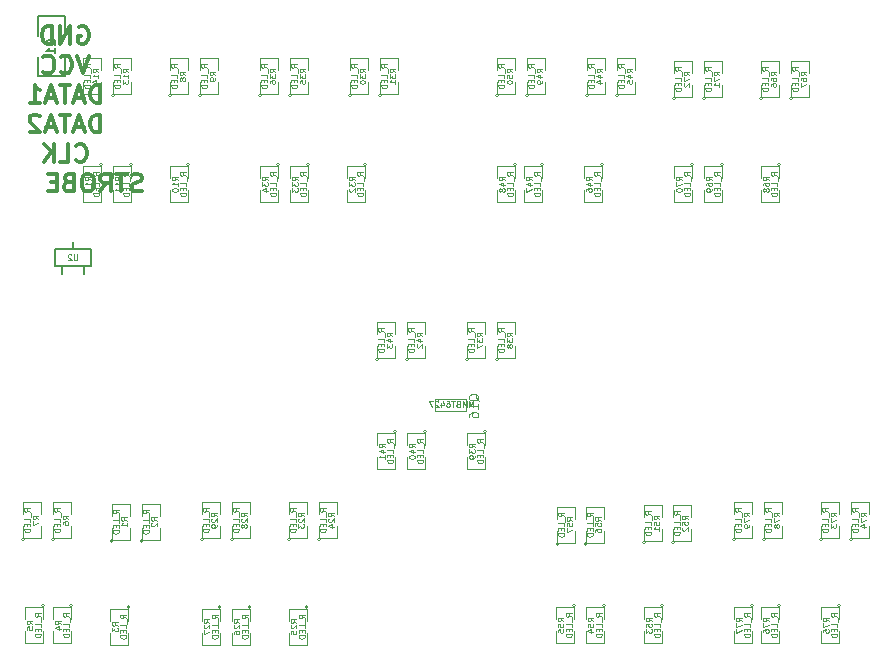
<source format=gbo>
G04 (created by PCBNEW (2013-07-07 BZR 4022)-stable) date 1/31/2015 10:55:12 PM*
%MOIN*%
G04 Gerber Fmt 3.4, Leading zero omitted, Abs format*
%FSLAX34Y34*%
G01*
G70*
G90*
G04 APERTURE LIST*
%ADD10C,0.00590551*%
%ADD11C,0.011811*%
%ADD12C,0.0031*%
%ADD13C,0.005*%
%ADD14C,0.0039*%
%ADD15C,0.0047*%
%ADD16C,0.0043*%
G04 APERTURE END LIST*
G54D10*
G54D11*
X29769Y-22675D02*
X29769Y-22085D01*
X29628Y-22085D01*
X29544Y-22113D01*
X29488Y-22169D01*
X29460Y-22225D01*
X29432Y-22338D01*
X29432Y-22422D01*
X29460Y-22535D01*
X29488Y-22591D01*
X29544Y-22647D01*
X29628Y-22675D01*
X29769Y-22675D01*
X29207Y-22507D02*
X28925Y-22507D01*
X29263Y-22675D02*
X29066Y-22085D01*
X28869Y-22675D01*
X28757Y-22085D02*
X28419Y-22085D01*
X28588Y-22675D02*
X28588Y-22085D01*
X28251Y-22507D02*
X27969Y-22507D01*
X28307Y-22675D02*
X28110Y-22085D01*
X27913Y-22675D01*
X27744Y-22141D02*
X27716Y-22113D01*
X27660Y-22085D01*
X27519Y-22085D01*
X27463Y-22113D01*
X27435Y-22141D01*
X27407Y-22197D01*
X27407Y-22254D01*
X27435Y-22338D01*
X27772Y-22675D01*
X27407Y-22675D01*
X31147Y-24616D02*
X31063Y-24644D01*
X30922Y-24644D01*
X30866Y-24616D01*
X30838Y-24588D01*
X30810Y-24531D01*
X30810Y-24475D01*
X30838Y-24419D01*
X30866Y-24391D01*
X30922Y-24363D01*
X31035Y-24335D01*
X31091Y-24306D01*
X31119Y-24278D01*
X31147Y-24222D01*
X31147Y-24166D01*
X31119Y-24110D01*
X31091Y-24081D01*
X31035Y-24053D01*
X30894Y-24053D01*
X30810Y-24081D01*
X30641Y-24053D02*
X30303Y-24053D01*
X30472Y-24644D02*
X30472Y-24053D01*
X29769Y-24644D02*
X29966Y-24363D01*
X30107Y-24644D02*
X30107Y-24053D01*
X29882Y-24053D01*
X29825Y-24081D01*
X29797Y-24110D01*
X29769Y-24166D01*
X29769Y-24250D01*
X29797Y-24306D01*
X29825Y-24335D01*
X29882Y-24363D01*
X30107Y-24363D01*
X29404Y-24053D02*
X29291Y-24053D01*
X29235Y-24081D01*
X29179Y-24138D01*
X29150Y-24250D01*
X29150Y-24447D01*
X29179Y-24559D01*
X29235Y-24616D01*
X29291Y-24644D01*
X29404Y-24644D01*
X29460Y-24616D01*
X29516Y-24559D01*
X29544Y-24447D01*
X29544Y-24250D01*
X29516Y-24138D01*
X29460Y-24081D01*
X29404Y-24053D01*
X28700Y-24335D02*
X28616Y-24363D01*
X28588Y-24391D01*
X28560Y-24447D01*
X28560Y-24531D01*
X28588Y-24588D01*
X28616Y-24616D01*
X28672Y-24644D01*
X28897Y-24644D01*
X28897Y-24053D01*
X28700Y-24053D01*
X28644Y-24081D01*
X28616Y-24110D01*
X28588Y-24166D01*
X28588Y-24222D01*
X28616Y-24278D01*
X28644Y-24306D01*
X28700Y-24335D01*
X28897Y-24335D01*
X28307Y-24335D02*
X28110Y-24335D01*
X28026Y-24644D02*
X28307Y-24644D01*
X28307Y-24053D01*
X28026Y-24053D01*
X28954Y-23603D02*
X28982Y-23631D01*
X29066Y-23660D01*
X29122Y-23660D01*
X29207Y-23631D01*
X29263Y-23575D01*
X29291Y-23519D01*
X29319Y-23407D01*
X29319Y-23322D01*
X29291Y-23210D01*
X29263Y-23153D01*
X29207Y-23097D01*
X29122Y-23069D01*
X29066Y-23069D01*
X28982Y-23097D01*
X28954Y-23125D01*
X28419Y-23660D02*
X28700Y-23660D01*
X28700Y-23069D01*
X28222Y-23660D02*
X28222Y-23069D01*
X27885Y-23660D02*
X28138Y-23322D01*
X27885Y-23069D02*
X28222Y-23407D01*
X29769Y-21691D02*
X29769Y-21101D01*
X29628Y-21101D01*
X29544Y-21129D01*
X29488Y-21185D01*
X29460Y-21241D01*
X29432Y-21354D01*
X29432Y-21438D01*
X29460Y-21550D01*
X29488Y-21607D01*
X29544Y-21663D01*
X29628Y-21691D01*
X29769Y-21691D01*
X29207Y-21522D02*
X28925Y-21522D01*
X29263Y-21691D02*
X29066Y-21101D01*
X28869Y-21691D01*
X28757Y-21101D02*
X28419Y-21101D01*
X28588Y-21691D02*
X28588Y-21101D01*
X28251Y-21522D02*
X27969Y-21522D01*
X28307Y-21691D02*
X28110Y-21101D01*
X27913Y-21691D01*
X27407Y-21691D02*
X27744Y-21691D01*
X27576Y-21691D02*
X27576Y-21101D01*
X27632Y-21185D01*
X27688Y-21241D01*
X27744Y-21269D01*
X29389Y-20116D02*
X29193Y-20707D01*
X28996Y-20116D01*
X28461Y-20651D02*
X28490Y-20679D01*
X28574Y-20707D01*
X28630Y-20707D01*
X28715Y-20679D01*
X28771Y-20622D01*
X28799Y-20566D01*
X28827Y-20454D01*
X28827Y-20369D01*
X28799Y-20257D01*
X28771Y-20201D01*
X28715Y-20144D01*
X28630Y-20116D01*
X28574Y-20116D01*
X28490Y-20144D01*
X28461Y-20173D01*
X27871Y-20651D02*
X27899Y-20679D01*
X27983Y-20707D01*
X28040Y-20707D01*
X28124Y-20679D01*
X28180Y-20622D01*
X28208Y-20566D01*
X28236Y-20454D01*
X28236Y-20369D01*
X28208Y-20257D01*
X28180Y-20201D01*
X28124Y-20144D01*
X28040Y-20116D01*
X27983Y-20116D01*
X27899Y-20144D01*
X27871Y-20173D01*
X29052Y-19160D02*
X29108Y-19132D01*
X29193Y-19132D01*
X29277Y-19160D01*
X29333Y-19216D01*
X29361Y-19273D01*
X29389Y-19385D01*
X29389Y-19469D01*
X29361Y-19582D01*
X29333Y-19638D01*
X29277Y-19694D01*
X29193Y-19723D01*
X29136Y-19723D01*
X29052Y-19694D01*
X29024Y-19666D01*
X29024Y-19469D01*
X29136Y-19469D01*
X28771Y-19723D02*
X28771Y-19132D01*
X28433Y-19723D01*
X28433Y-19132D01*
X28152Y-19723D02*
X28152Y-19132D01*
X28012Y-19132D01*
X27927Y-19160D01*
X27871Y-19216D01*
X27843Y-19273D01*
X27815Y-19385D01*
X27815Y-19469D01*
X27843Y-19582D01*
X27871Y-19638D01*
X27927Y-19694D01*
X28012Y-19723D01*
X28152Y-19723D01*
G54D12*
X41049Y-31612D02*
G75*
G03X41049Y-31612I-62J0D01*
G74*
G01*
X41950Y-31950D02*
X41950Y-31550D01*
X40925Y-31950D02*
X40925Y-31550D01*
X41950Y-31550D02*
X40925Y-31550D01*
X40925Y-31950D02*
X41950Y-31950D01*
G54D13*
X28600Y-20800D02*
X27700Y-20800D01*
X27700Y-20800D02*
X27700Y-20150D01*
X28600Y-19450D02*
X28600Y-18800D01*
X28600Y-18800D02*
X27700Y-18800D01*
X27700Y-18800D02*
X27700Y-19450D01*
X28600Y-20150D02*
X28600Y-20800D01*
G54D14*
X32150Y-21450D02*
G75*
G03X32150Y-21450I-50J0D01*
G74*
G01*
X32100Y-21000D02*
X32100Y-21400D01*
X32100Y-21400D02*
X32700Y-21400D01*
X32700Y-21400D02*
X32700Y-21000D01*
X32700Y-20600D02*
X32700Y-20200D01*
X32700Y-20200D02*
X32100Y-20200D01*
X32100Y-20200D02*
X32100Y-20600D01*
X46600Y-38450D02*
G75*
G03X46600Y-38450I-50J0D01*
G74*
G01*
X46550Y-38900D02*
X46550Y-38500D01*
X46550Y-38500D02*
X45950Y-38500D01*
X45950Y-38500D02*
X45950Y-38900D01*
X45950Y-39300D02*
X45950Y-39700D01*
X45950Y-39700D02*
X46550Y-39700D01*
X46550Y-39700D02*
X46550Y-39300D01*
X45600Y-38450D02*
G75*
G03X45600Y-38450I-50J0D01*
G74*
G01*
X45550Y-38900D02*
X45550Y-38500D01*
X45550Y-38500D02*
X44950Y-38500D01*
X44950Y-38500D02*
X44950Y-38900D01*
X44950Y-39300D02*
X44950Y-39700D01*
X44950Y-39700D02*
X45550Y-39700D01*
X45550Y-39700D02*
X45550Y-39300D01*
X46000Y-36400D02*
G75*
G03X46000Y-36400I-50J0D01*
G74*
G01*
X45950Y-35950D02*
X45950Y-36350D01*
X45950Y-36350D02*
X46550Y-36350D01*
X46550Y-36350D02*
X46550Y-35950D01*
X46550Y-35550D02*
X46550Y-35150D01*
X46550Y-35150D02*
X45950Y-35150D01*
X45950Y-35150D02*
X45950Y-35550D01*
X45050Y-36400D02*
G75*
G03X45050Y-36400I-50J0D01*
G74*
G01*
X45000Y-35950D02*
X45000Y-36350D01*
X45000Y-36350D02*
X45600Y-36350D01*
X45600Y-36350D02*
X45600Y-35950D01*
X45600Y-35550D02*
X45600Y-35150D01*
X45600Y-35150D02*
X45000Y-35150D01*
X45000Y-35150D02*
X45000Y-35550D01*
X53850Y-36250D02*
G75*
G03X53850Y-36250I-50J0D01*
G74*
G01*
X53800Y-35800D02*
X53800Y-36200D01*
X53800Y-36200D02*
X54400Y-36200D01*
X54400Y-36200D02*
X54400Y-35800D01*
X54400Y-35400D02*
X54400Y-35000D01*
X54400Y-35000D02*
X53800Y-35000D01*
X53800Y-35000D02*
X53800Y-35400D01*
X54850Y-36250D02*
G75*
G03X54850Y-36250I-50J0D01*
G74*
G01*
X54800Y-35800D02*
X54800Y-36200D01*
X54800Y-36200D02*
X55400Y-36200D01*
X55400Y-36200D02*
X55400Y-35800D01*
X55400Y-35400D02*
X55400Y-35000D01*
X55400Y-35000D02*
X54800Y-35000D01*
X54800Y-35000D02*
X54800Y-35400D01*
X54450Y-38450D02*
G75*
G03X54450Y-38450I-50J0D01*
G74*
G01*
X54400Y-38900D02*
X54400Y-38500D01*
X54400Y-38500D02*
X53800Y-38500D01*
X53800Y-38500D02*
X53800Y-38900D01*
X53800Y-39300D02*
X53800Y-39700D01*
X53800Y-39700D02*
X54400Y-39700D01*
X54400Y-39700D02*
X54400Y-39300D01*
X48550Y-38450D02*
G75*
G03X48550Y-38450I-50J0D01*
G74*
G01*
X48500Y-38900D02*
X48500Y-38500D01*
X48500Y-38500D02*
X47900Y-38500D01*
X47900Y-38500D02*
X47900Y-38900D01*
X47900Y-39300D02*
X47900Y-39700D01*
X47900Y-39700D02*
X48500Y-39700D01*
X48500Y-39700D02*
X48500Y-39300D01*
X52450Y-38450D02*
G75*
G03X52450Y-38450I-50J0D01*
G74*
G01*
X52400Y-38900D02*
X52400Y-38500D01*
X52400Y-38500D02*
X51800Y-38500D01*
X51800Y-38500D02*
X51800Y-38900D01*
X51800Y-39300D02*
X51800Y-39700D01*
X51800Y-39700D02*
X52400Y-39700D01*
X52400Y-39700D02*
X52400Y-39300D01*
X51550Y-38450D02*
G75*
G03X51550Y-38450I-50J0D01*
G74*
G01*
X51500Y-38900D02*
X51500Y-38500D01*
X51500Y-38500D02*
X50900Y-38500D01*
X50900Y-38500D02*
X50900Y-38900D01*
X50900Y-39300D02*
X50900Y-39700D01*
X50900Y-39700D02*
X51500Y-39700D01*
X51500Y-39700D02*
X51500Y-39300D01*
X51950Y-36250D02*
G75*
G03X51950Y-36250I-50J0D01*
G74*
G01*
X51900Y-35800D02*
X51900Y-36200D01*
X51900Y-36200D02*
X52500Y-36200D01*
X52500Y-36200D02*
X52500Y-35800D01*
X52500Y-35400D02*
X52500Y-35000D01*
X52500Y-35000D02*
X51900Y-35000D01*
X51900Y-35000D02*
X51900Y-35400D01*
X50950Y-36250D02*
G75*
G03X50950Y-36250I-50J0D01*
G74*
G01*
X50900Y-35800D02*
X50900Y-36200D01*
X50900Y-36200D02*
X51500Y-36200D01*
X51500Y-36200D02*
X51500Y-35800D01*
X51500Y-35400D02*
X51500Y-35000D01*
X51500Y-35000D02*
X50900Y-35000D01*
X50900Y-35000D02*
X50900Y-35400D01*
X51850Y-21550D02*
G75*
G03X51850Y-21550I-50J0D01*
G74*
G01*
X51800Y-21100D02*
X51800Y-21500D01*
X51800Y-21500D02*
X52400Y-21500D01*
X52400Y-21500D02*
X52400Y-21100D01*
X52400Y-20700D02*
X52400Y-20300D01*
X52400Y-20300D02*
X51800Y-20300D01*
X51800Y-20300D02*
X51800Y-20700D01*
X52850Y-21550D02*
G75*
G03X52850Y-21550I-50J0D01*
G74*
G01*
X52800Y-21100D02*
X52800Y-21500D01*
X52800Y-21500D02*
X53400Y-21500D01*
X53400Y-21500D02*
X53400Y-21100D01*
X53400Y-20700D02*
X53400Y-20300D01*
X53400Y-20300D02*
X52800Y-20300D01*
X52800Y-20300D02*
X52800Y-20700D01*
X52450Y-23750D02*
G75*
G03X52450Y-23750I-50J0D01*
G74*
G01*
X52400Y-24200D02*
X52400Y-23800D01*
X52400Y-23800D02*
X51800Y-23800D01*
X51800Y-23800D02*
X51800Y-24200D01*
X51800Y-24600D02*
X51800Y-25000D01*
X51800Y-25000D02*
X52400Y-25000D01*
X52400Y-25000D02*
X52400Y-24600D01*
X50550Y-23750D02*
G75*
G03X50550Y-23750I-50J0D01*
G74*
G01*
X50500Y-24200D02*
X50500Y-23800D01*
X50500Y-23800D02*
X49900Y-23800D01*
X49900Y-23800D02*
X49900Y-24200D01*
X49900Y-24600D02*
X49900Y-25000D01*
X49900Y-25000D02*
X50500Y-25000D01*
X50500Y-25000D02*
X50500Y-24600D01*
X49550Y-23750D02*
G75*
G03X49550Y-23750I-50J0D01*
G74*
G01*
X49500Y-24200D02*
X49500Y-23800D01*
X49500Y-23800D02*
X48900Y-23800D01*
X48900Y-23800D02*
X48900Y-24200D01*
X48900Y-24600D02*
X48900Y-25000D01*
X48900Y-25000D02*
X49500Y-25000D01*
X49500Y-25000D02*
X49500Y-24600D01*
X49950Y-21550D02*
G75*
G03X49950Y-21550I-50J0D01*
G74*
G01*
X49900Y-21100D02*
X49900Y-21500D01*
X49900Y-21500D02*
X50500Y-21500D01*
X50500Y-21500D02*
X50500Y-21100D01*
X50500Y-20700D02*
X50500Y-20300D01*
X50500Y-20300D02*
X49900Y-20300D01*
X49900Y-20300D02*
X49900Y-20700D01*
X48950Y-21550D02*
G75*
G03X48950Y-21550I-50J0D01*
G74*
G01*
X48900Y-21100D02*
X48900Y-21500D01*
X48900Y-21500D02*
X49500Y-21500D01*
X49500Y-21500D02*
X49500Y-21100D01*
X49500Y-20700D02*
X49500Y-20300D01*
X49500Y-20300D02*
X48900Y-20300D01*
X48900Y-20300D02*
X48900Y-20700D01*
X35750Y-23750D02*
G75*
G03X35750Y-23750I-50J0D01*
G74*
G01*
X35700Y-24200D02*
X35700Y-23800D01*
X35700Y-23800D02*
X35100Y-23800D01*
X35100Y-23800D02*
X35100Y-24200D01*
X35100Y-24600D02*
X35100Y-25000D01*
X35100Y-25000D02*
X35700Y-25000D01*
X35700Y-25000D02*
X35700Y-24600D01*
X42050Y-30250D02*
G75*
G03X42050Y-30250I-50J0D01*
G74*
G01*
X42000Y-29800D02*
X42000Y-30200D01*
X42000Y-30200D02*
X42600Y-30200D01*
X42600Y-30200D02*
X42600Y-29800D01*
X42600Y-29400D02*
X42600Y-29000D01*
X42600Y-29000D02*
X42000Y-29000D01*
X42000Y-29000D02*
X42000Y-29400D01*
X43050Y-21450D02*
G75*
G03X43050Y-21450I-50J0D01*
G74*
G01*
X43000Y-21000D02*
X43000Y-21400D01*
X43000Y-21400D02*
X43600Y-21400D01*
X43600Y-21400D02*
X43600Y-21000D01*
X43600Y-20600D02*
X43600Y-20200D01*
X43600Y-20200D02*
X43000Y-20200D01*
X43000Y-20200D02*
X43000Y-20600D01*
X44050Y-21450D02*
G75*
G03X44050Y-21450I-50J0D01*
G74*
G01*
X44000Y-21000D02*
X44000Y-21400D01*
X44000Y-21400D02*
X44600Y-21400D01*
X44600Y-21400D02*
X44600Y-21000D01*
X44600Y-20600D02*
X44600Y-20200D01*
X44600Y-20200D02*
X44000Y-20200D01*
X44000Y-20200D02*
X44000Y-20600D01*
X43650Y-23750D02*
G75*
G03X43650Y-23750I-50J0D01*
G74*
G01*
X43600Y-24200D02*
X43600Y-23800D01*
X43600Y-23800D02*
X43000Y-23800D01*
X43000Y-23800D02*
X43000Y-24200D01*
X43000Y-24600D02*
X43000Y-25000D01*
X43000Y-25000D02*
X43600Y-25000D01*
X43600Y-25000D02*
X43600Y-24600D01*
X44550Y-23750D02*
G75*
G03X44550Y-23750I-50J0D01*
G74*
G01*
X44500Y-24200D02*
X44500Y-23800D01*
X44500Y-23800D02*
X43900Y-23800D01*
X43900Y-23800D02*
X43900Y-24200D01*
X43900Y-24600D02*
X43900Y-25000D01*
X43900Y-25000D02*
X44500Y-25000D01*
X44500Y-25000D02*
X44500Y-24600D01*
X46550Y-23750D02*
G75*
G03X46550Y-23750I-50J0D01*
G74*
G01*
X46500Y-24200D02*
X46500Y-23800D01*
X46500Y-23800D02*
X45900Y-23800D01*
X45900Y-23800D02*
X45900Y-24200D01*
X45900Y-24600D02*
X45900Y-25000D01*
X45900Y-25000D02*
X46500Y-25000D01*
X46500Y-25000D02*
X46500Y-24600D01*
X47050Y-21450D02*
G75*
G03X47050Y-21450I-50J0D01*
G74*
G01*
X47000Y-21000D02*
X47000Y-21400D01*
X47000Y-21400D02*
X47600Y-21400D01*
X47600Y-21400D02*
X47600Y-21000D01*
X47600Y-20600D02*
X47600Y-20200D01*
X47600Y-20200D02*
X47000Y-20200D01*
X47000Y-20200D02*
X47000Y-20600D01*
X46050Y-21450D02*
G75*
G03X46050Y-21450I-50J0D01*
G74*
G01*
X46000Y-21000D02*
X46000Y-21400D01*
X46000Y-21400D02*
X46600Y-21400D01*
X46600Y-21400D02*
X46600Y-21000D01*
X46600Y-20600D02*
X46600Y-20200D01*
X46600Y-20200D02*
X46000Y-20200D01*
X46000Y-20200D02*
X46000Y-20600D01*
X35150Y-21450D02*
G75*
G03X35150Y-21450I-50J0D01*
G74*
G01*
X35100Y-21000D02*
X35100Y-21400D01*
X35100Y-21400D02*
X35700Y-21400D01*
X35700Y-21400D02*
X35700Y-21000D01*
X35700Y-20600D02*
X35700Y-20200D01*
X35700Y-20200D02*
X35100Y-20200D01*
X35100Y-20200D02*
X35100Y-20600D01*
X36150Y-21450D02*
G75*
G03X36150Y-21450I-50J0D01*
G74*
G01*
X36100Y-21000D02*
X36100Y-21400D01*
X36100Y-21400D02*
X36700Y-21400D01*
X36700Y-21400D02*
X36700Y-21000D01*
X36700Y-20600D02*
X36700Y-20200D01*
X36700Y-20200D02*
X36100Y-20200D01*
X36100Y-20200D02*
X36100Y-20600D01*
X48900Y-36350D02*
G75*
G03X48900Y-36350I-50J0D01*
G74*
G01*
X48850Y-35900D02*
X48850Y-36300D01*
X48850Y-36300D02*
X49450Y-36300D01*
X49450Y-36300D02*
X49450Y-35900D01*
X49450Y-35500D02*
X49450Y-35100D01*
X49450Y-35100D02*
X48850Y-35100D01*
X48850Y-35100D02*
X48850Y-35500D01*
X36750Y-23750D02*
G75*
G03X36750Y-23750I-50J0D01*
G74*
G01*
X36700Y-24200D02*
X36700Y-23800D01*
X36700Y-23800D02*
X36100Y-23800D01*
X36100Y-23800D02*
X36100Y-24200D01*
X36100Y-24600D02*
X36100Y-25000D01*
X36100Y-25000D02*
X36700Y-25000D01*
X36700Y-25000D02*
X36700Y-24600D01*
X38650Y-23750D02*
G75*
G03X38650Y-23750I-50J0D01*
G74*
G01*
X38600Y-24200D02*
X38600Y-23800D01*
X38600Y-23800D02*
X38000Y-23800D01*
X38000Y-23800D02*
X38000Y-24200D01*
X38000Y-24600D02*
X38000Y-25000D01*
X38000Y-25000D02*
X38600Y-25000D01*
X38600Y-25000D02*
X38600Y-24600D01*
X39150Y-21450D02*
G75*
G03X39150Y-21450I-50J0D01*
G74*
G01*
X39100Y-21000D02*
X39100Y-21400D01*
X39100Y-21400D02*
X39700Y-21400D01*
X39700Y-21400D02*
X39700Y-21000D01*
X39700Y-20600D02*
X39700Y-20200D01*
X39700Y-20200D02*
X39100Y-20200D01*
X39100Y-20200D02*
X39100Y-20600D01*
X38150Y-21450D02*
G75*
G03X38150Y-21450I-50J0D01*
G74*
G01*
X38100Y-21000D02*
X38100Y-21400D01*
X38100Y-21400D02*
X38700Y-21400D01*
X38700Y-21400D02*
X38700Y-21000D01*
X38700Y-20600D02*
X38700Y-20200D01*
X38700Y-20200D02*
X38100Y-20200D01*
X38100Y-20200D02*
X38100Y-20600D01*
X29250Y-21450D02*
G75*
G03X29250Y-21450I-50J0D01*
G74*
G01*
X29200Y-21000D02*
X29200Y-21400D01*
X29200Y-21400D02*
X29800Y-21400D01*
X29800Y-21400D02*
X29800Y-21000D01*
X29800Y-20600D02*
X29800Y-20200D01*
X29800Y-20200D02*
X29200Y-20200D01*
X29200Y-20200D02*
X29200Y-20600D01*
X30250Y-21450D02*
G75*
G03X30250Y-21450I-50J0D01*
G74*
G01*
X30200Y-21000D02*
X30200Y-21400D01*
X30200Y-21400D02*
X30800Y-21400D01*
X30800Y-21400D02*
X30800Y-21000D01*
X30800Y-20600D02*
X30800Y-20200D01*
X30800Y-20200D02*
X30200Y-20200D01*
X30200Y-20200D02*
X30200Y-20600D01*
X29850Y-23750D02*
G75*
G03X29850Y-23750I-50J0D01*
G74*
G01*
X29800Y-24200D02*
X29800Y-23800D01*
X29800Y-23800D02*
X29200Y-23800D01*
X29200Y-23800D02*
X29200Y-24200D01*
X29200Y-24600D02*
X29200Y-25000D01*
X29200Y-25000D02*
X29800Y-25000D01*
X29800Y-25000D02*
X29800Y-24600D01*
X30850Y-23750D02*
G75*
G03X30850Y-23750I-50J0D01*
G74*
G01*
X30800Y-24200D02*
X30800Y-23800D01*
X30800Y-23800D02*
X30200Y-23800D01*
X30200Y-23800D02*
X30200Y-24200D01*
X30200Y-24600D02*
X30200Y-25000D01*
X30200Y-25000D02*
X30800Y-25000D01*
X30800Y-25000D02*
X30800Y-24600D01*
X32750Y-23750D02*
G75*
G03X32750Y-23750I-50J0D01*
G74*
G01*
X32700Y-24200D02*
X32700Y-23800D01*
X32700Y-23800D02*
X32100Y-23800D01*
X32100Y-23800D02*
X32100Y-24200D01*
X32100Y-24600D02*
X32100Y-25000D01*
X32100Y-25000D02*
X32700Y-25000D01*
X32700Y-25000D02*
X32700Y-24600D01*
X33150Y-21450D02*
G75*
G03X33150Y-21450I-50J0D01*
G74*
G01*
X33100Y-21000D02*
X33100Y-21400D01*
X33100Y-21400D02*
X33700Y-21400D01*
X33700Y-21400D02*
X33700Y-21000D01*
X33700Y-20600D02*
X33700Y-20200D01*
X33700Y-20200D02*
X33100Y-20200D01*
X33100Y-20200D02*
X33100Y-20600D01*
X43050Y-30250D02*
G75*
G03X43050Y-30250I-50J0D01*
G74*
G01*
X43000Y-29800D02*
X43000Y-30200D01*
X43000Y-30200D02*
X43600Y-30200D01*
X43600Y-30200D02*
X43600Y-29800D01*
X43600Y-29400D02*
X43600Y-29000D01*
X43600Y-29000D02*
X43000Y-29000D01*
X43000Y-29000D02*
X43000Y-29400D01*
X47950Y-36350D02*
G75*
G03X47950Y-36350I-50J0D01*
G74*
G01*
X47900Y-35900D02*
X47900Y-36300D01*
X47900Y-36300D02*
X48500Y-36300D01*
X48500Y-36300D02*
X48500Y-35900D01*
X48500Y-35500D02*
X48500Y-35100D01*
X48500Y-35100D02*
X47900Y-35100D01*
X47900Y-35100D02*
X47900Y-35500D01*
X33200Y-36250D02*
G75*
G03X33200Y-36250I-50J0D01*
G74*
G01*
X33150Y-35800D02*
X33150Y-36200D01*
X33150Y-36200D02*
X33750Y-36200D01*
X33750Y-36200D02*
X33750Y-35800D01*
X33750Y-35400D02*
X33750Y-35000D01*
X33750Y-35000D02*
X33150Y-35000D01*
X33150Y-35000D02*
X33150Y-35400D01*
X34200Y-36250D02*
G75*
G03X34200Y-36250I-50J0D01*
G74*
G01*
X34150Y-35800D02*
X34150Y-36200D01*
X34150Y-36200D02*
X34750Y-36200D01*
X34750Y-36200D02*
X34750Y-35800D01*
X34750Y-35400D02*
X34750Y-35000D01*
X34750Y-35000D02*
X34150Y-35000D01*
X34150Y-35000D02*
X34150Y-35400D01*
X33800Y-38500D02*
G75*
G03X33800Y-38500I-50J0D01*
G74*
G01*
X33750Y-38950D02*
X33750Y-38550D01*
X33750Y-38550D02*
X33150Y-38550D01*
X33150Y-38550D02*
X33150Y-38950D01*
X33150Y-39350D02*
X33150Y-39750D01*
X33150Y-39750D02*
X33750Y-39750D01*
X33750Y-39750D02*
X33750Y-39350D01*
X34800Y-38500D02*
G75*
G03X34800Y-38500I-50J0D01*
G74*
G01*
X34750Y-38950D02*
X34750Y-38550D01*
X34750Y-38550D02*
X34150Y-38550D01*
X34150Y-38550D02*
X34150Y-38950D01*
X34150Y-39350D02*
X34150Y-39750D01*
X34150Y-39750D02*
X34750Y-39750D01*
X34750Y-39750D02*
X34750Y-39350D01*
X36700Y-38500D02*
G75*
G03X36700Y-38500I-50J0D01*
G74*
G01*
X36650Y-38950D02*
X36650Y-38550D01*
X36650Y-38550D02*
X36050Y-38550D01*
X36050Y-38550D02*
X36050Y-38950D01*
X36050Y-39350D02*
X36050Y-39750D01*
X36050Y-39750D02*
X36650Y-39750D01*
X36650Y-39750D02*
X36650Y-39350D01*
X37100Y-36250D02*
G75*
G03X37100Y-36250I-50J0D01*
G74*
G01*
X37050Y-35800D02*
X37050Y-36200D01*
X37050Y-36200D02*
X37650Y-36200D01*
X37650Y-36200D02*
X37650Y-35800D01*
X37650Y-35400D02*
X37650Y-35000D01*
X37650Y-35000D02*
X37050Y-35000D01*
X37050Y-35000D02*
X37050Y-35400D01*
X36100Y-36250D02*
G75*
G03X36100Y-36250I-50J0D01*
G74*
G01*
X36050Y-35800D02*
X36050Y-36200D01*
X36050Y-36200D02*
X36650Y-36200D01*
X36650Y-36200D02*
X36650Y-35800D01*
X36650Y-35400D02*
X36650Y-35000D01*
X36650Y-35000D02*
X36050Y-35000D01*
X36050Y-35000D02*
X36050Y-35400D01*
X27250Y-36250D02*
G75*
G03X27250Y-36250I-50J0D01*
G74*
G01*
X27200Y-35800D02*
X27200Y-36200D01*
X27200Y-36200D02*
X27800Y-36200D01*
X27800Y-36200D02*
X27800Y-35800D01*
X27800Y-35400D02*
X27800Y-35000D01*
X27800Y-35000D02*
X27200Y-35000D01*
X27200Y-35000D02*
X27200Y-35400D01*
X28250Y-36250D02*
G75*
G03X28250Y-36250I-50J0D01*
G74*
G01*
X28200Y-35800D02*
X28200Y-36200D01*
X28200Y-36200D02*
X28800Y-36200D01*
X28800Y-36200D02*
X28800Y-35800D01*
X28800Y-35400D02*
X28800Y-35000D01*
X28800Y-35000D02*
X28200Y-35000D01*
X28200Y-35000D02*
X28200Y-35400D01*
X28850Y-38450D02*
G75*
G03X28850Y-38450I-50J0D01*
G74*
G01*
X28800Y-38900D02*
X28800Y-38500D01*
X28800Y-38500D02*
X28200Y-38500D01*
X28200Y-38500D02*
X28200Y-38900D01*
X28200Y-39300D02*
X28200Y-39700D01*
X28200Y-39700D02*
X28800Y-39700D01*
X28800Y-39700D02*
X28800Y-39300D01*
X30750Y-38500D02*
G75*
G03X30750Y-38500I-50J0D01*
G74*
G01*
X30700Y-38950D02*
X30700Y-38550D01*
X30700Y-38550D02*
X30100Y-38550D01*
X30100Y-38550D02*
X30100Y-38950D01*
X30100Y-39350D02*
X30100Y-39750D01*
X30100Y-39750D02*
X30700Y-39750D01*
X30700Y-39750D02*
X30700Y-39350D01*
X31200Y-36300D02*
G75*
G03X31200Y-36300I-50J0D01*
G74*
G01*
X31150Y-35850D02*
X31150Y-36250D01*
X31150Y-36250D02*
X31750Y-36250D01*
X31750Y-36250D02*
X31750Y-35850D01*
X31750Y-35450D02*
X31750Y-35050D01*
X31750Y-35050D02*
X31150Y-35050D01*
X31150Y-35050D02*
X31150Y-35450D01*
X30200Y-36300D02*
G75*
G03X30200Y-36300I-50J0D01*
G74*
G01*
X30150Y-35850D02*
X30150Y-36250D01*
X30150Y-36250D02*
X30750Y-36250D01*
X30750Y-36250D02*
X30750Y-35850D01*
X30750Y-35450D02*
X30750Y-35050D01*
X30750Y-35050D02*
X30150Y-35050D01*
X30150Y-35050D02*
X30150Y-35450D01*
X39050Y-30250D02*
G75*
G03X39050Y-30250I-50J0D01*
G74*
G01*
X39000Y-29800D02*
X39000Y-30200D01*
X39000Y-30200D02*
X39600Y-30200D01*
X39600Y-30200D02*
X39600Y-29800D01*
X39600Y-29400D02*
X39600Y-29000D01*
X39600Y-29000D02*
X39000Y-29000D01*
X39000Y-29000D02*
X39000Y-29400D01*
X27900Y-38450D02*
G75*
G03X27900Y-38450I-50J0D01*
G74*
G01*
X27850Y-38900D02*
X27850Y-38500D01*
X27850Y-38500D02*
X27250Y-38500D01*
X27250Y-38500D02*
X27250Y-38900D01*
X27250Y-39300D02*
X27250Y-39700D01*
X27250Y-39700D02*
X27850Y-39700D01*
X27850Y-39700D02*
X27850Y-39300D01*
X40050Y-30250D02*
G75*
G03X40050Y-30250I-50J0D01*
G74*
G01*
X40000Y-29800D02*
X40000Y-30200D01*
X40000Y-30200D02*
X40600Y-30200D01*
X40600Y-30200D02*
X40600Y-29800D01*
X40600Y-29400D02*
X40600Y-29000D01*
X40600Y-29000D02*
X40000Y-29000D01*
X40000Y-29000D02*
X40000Y-29400D01*
X39650Y-32650D02*
G75*
G03X39650Y-32650I-50J0D01*
G74*
G01*
X39600Y-33100D02*
X39600Y-32700D01*
X39600Y-32700D02*
X39000Y-32700D01*
X39000Y-32700D02*
X39000Y-33100D01*
X39000Y-33500D02*
X39000Y-33900D01*
X39000Y-33900D02*
X39600Y-33900D01*
X39600Y-33900D02*
X39600Y-33500D01*
X40650Y-32650D02*
G75*
G03X40650Y-32650I-50J0D01*
G74*
G01*
X40600Y-33100D02*
X40600Y-32700D01*
X40600Y-32700D02*
X40000Y-32700D01*
X40000Y-32700D02*
X40000Y-33100D01*
X40000Y-33500D02*
X40000Y-33900D01*
X40000Y-33900D02*
X40600Y-33900D01*
X40600Y-33900D02*
X40600Y-33500D01*
X42650Y-32650D02*
G75*
G03X42650Y-32650I-50J0D01*
G74*
G01*
X42600Y-33100D02*
X42600Y-32700D01*
X42600Y-32700D02*
X42000Y-32700D01*
X42000Y-32700D02*
X42000Y-33100D01*
X42000Y-33500D02*
X42000Y-33900D01*
X42000Y-33900D02*
X42600Y-33900D01*
X42600Y-33900D02*
X42600Y-33500D01*
G54D13*
X28475Y-27125D02*
X28475Y-27385D01*
X29225Y-27125D02*
X29225Y-27385D01*
X28850Y-26575D02*
X28850Y-26315D01*
X29440Y-26575D02*
X28260Y-26575D01*
X28260Y-26575D02*
X28260Y-27125D01*
X28260Y-27125D02*
X29440Y-27125D01*
X29440Y-27125D02*
X29440Y-26575D01*
G54D15*
X42387Y-31617D02*
X42372Y-31589D01*
X42344Y-31560D01*
X42301Y-31517D01*
X42287Y-31489D01*
X42287Y-31460D01*
X42358Y-31474D02*
X42344Y-31446D01*
X42315Y-31417D01*
X42258Y-31403D01*
X42158Y-31403D01*
X42101Y-31417D01*
X42072Y-31446D01*
X42058Y-31474D01*
X42058Y-31531D01*
X42072Y-31560D01*
X42101Y-31589D01*
X42158Y-31603D01*
X42258Y-31603D01*
X42315Y-31589D01*
X42344Y-31560D01*
X42358Y-31531D01*
X42358Y-31474D01*
X42358Y-31889D02*
X42358Y-31717D01*
X42358Y-31803D02*
X42058Y-31803D01*
X42101Y-31774D01*
X42129Y-31746D01*
X42144Y-31717D01*
X42058Y-32146D02*
X42058Y-32089D01*
X42072Y-32060D01*
X42087Y-32046D01*
X42129Y-32017D01*
X42187Y-32003D01*
X42301Y-32003D01*
X42329Y-32017D01*
X42344Y-32031D01*
X42358Y-32060D01*
X42358Y-32117D01*
X42344Y-32146D01*
X42329Y-32160D01*
X42301Y-32174D01*
X42229Y-32174D01*
X42201Y-32160D01*
X42187Y-32146D01*
X42172Y-32117D01*
X42172Y-32060D01*
X42187Y-32031D01*
X42201Y-32017D01*
X42229Y-32003D01*
G54D14*
X42202Y-31829D02*
X42202Y-31632D01*
X42136Y-31773D01*
X42070Y-31632D01*
X42070Y-31829D01*
X41976Y-31829D02*
X41976Y-31632D01*
X41911Y-31773D01*
X41845Y-31632D01*
X41845Y-31829D01*
X41686Y-31726D02*
X41657Y-31735D01*
X41648Y-31745D01*
X41639Y-31764D01*
X41639Y-31792D01*
X41648Y-31810D01*
X41657Y-31820D01*
X41676Y-31829D01*
X41751Y-31829D01*
X41751Y-31632D01*
X41686Y-31632D01*
X41667Y-31642D01*
X41657Y-31651D01*
X41648Y-31670D01*
X41648Y-31689D01*
X41657Y-31707D01*
X41667Y-31717D01*
X41686Y-31726D01*
X41751Y-31726D01*
X41582Y-31632D02*
X41470Y-31632D01*
X41526Y-31829D02*
X41526Y-31632D01*
X41320Y-31632D02*
X41357Y-31632D01*
X41376Y-31642D01*
X41385Y-31651D01*
X41404Y-31679D01*
X41414Y-31717D01*
X41414Y-31792D01*
X41404Y-31810D01*
X41395Y-31820D01*
X41376Y-31829D01*
X41338Y-31829D01*
X41320Y-31820D01*
X41310Y-31810D01*
X41301Y-31792D01*
X41301Y-31745D01*
X41310Y-31726D01*
X41320Y-31717D01*
X41338Y-31707D01*
X41376Y-31707D01*
X41395Y-31717D01*
X41404Y-31726D01*
X41414Y-31745D01*
X41132Y-31698D02*
X41132Y-31829D01*
X41179Y-31623D02*
X41226Y-31764D01*
X41104Y-31764D01*
X41038Y-31651D02*
X41029Y-31642D01*
X41010Y-31632D01*
X40963Y-31632D01*
X40944Y-31642D01*
X40935Y-31651D01*
X40926Y-31670D01*
X40926Y-31689D01*
X40935Y-31717D01*
X41048Y-31829D01*
X40926Y-31829D01*
X40860Y-31632D02*
X40729Y-31632D01*
X40813Y-31829D01*
G54D13*
X28242Y-19750D02*
X28257Y-19735D01*
X28271Y-19692D01*
X28271Y-19664D01*
X28257Y-19621D01*
X28228Y-19592D01*
X28200Y-19578D01*
X28142Y-19564D01*
X28100Y-19564D01*
X28042Y-19578D01*
X28014Y-19592D01*
X27985Y-19621D01*
X27971Y-19664D01*
X27971Y-19692D01*
X27985Y-19735D01*
X28000Y-19750D01*
X28271Y-20035D02*
X28271Y-19864D01*
X28271Y-19950D02*
X27971Y-19950D01*
X28014Y-19921D01*
X28042Y-19892D01*
X28057Y-19864D01*
G54D16*
X32604Y-20767D02*
X32510Y-20701D01*
X32604Y-20654D02*
X32407Y-20654D01*
X32407Y-20729D01*
X32417Y-20748D01*
X32426Y-20757D01*
X32445Y-20767D01*
X32473Y-20767D01*
X32492Y-20757D01*
X32501Y-20748D01*
X32510Y-20729D01*
X32510Y-20654D01*
X32492Y-20879D02*
X32482Y-20860D01*
X32473Y-20851D01*
X32454Y-20842D01*
X32445Y-20842D01*
X32426Y-20851D01*
X32417Y-20860D01*
X32407Y-20879D01*
X32407Y-20917D01*
X32417Y-20936D01*
X32426Y-20945D01*
X32445Y-20954D01*
X32454Y-20954D01*
X32473Y-20945D01*
X32482Y-20936D01*
X32492Y-20917D01*
X32492Y-20879D01*
X32501Y-20860D01*
X32510Y-20851D01*
X32529Y-20842D01*
X32567Y-20842D01*
X32585Y-20851D01*
X32595Y-20860D01*
X32604Y-20879D01*
X32604Y-20917D01*
X32595Y-20936D01*
X32585Y-20945D01*
X32567Y-20954D01*
X32529Y-20954D01*
X32510Y-20945D01*
X32501Y-20936D01*
X32492Y-20917D01*
X32329Y-20518D02*
X32235Y-20452D01*
X32329Y-20406D02*
X32132Y-20406D01*
X32132Y-20481D01*
X32142Y-20499D01*
X32151Y-20509D01*
X32170Y-20518D01*
X32198Y-20518D01*
X32217Y-20509D01*
X32226Y-20499D01*
X32235Y-20481D01*
X32235Y-20406D01*
X32348Y-20556D02*
X32348Y-20706D01*
X32329Y-20846D02*
X32329Y-20753D01*
X32132Y-20753D01*
X32226Y-20912D02*
X32226Y-20978D01*
X32329Y-21006D02*
X32329Y-20912D01*
X32132Y-20912D01*
X32132Y-21006D01*
X32329Y-21090D02*
X32132Y-21090D01*
X32132Y-21137D01*
X32142Y-21165D01*
X32160Y-21184D01*
X32179Y-21194D01*
X32217Y-21203D01*
X32245Y-21203D01*
X32282Y-21194D01*
X32301Y-21184D01*
X32320Y-21165D01*
X32329Y-21137D01*
X32329Y-21090D01*
X46204Y-38973D02*
X46110Y-38907D01*
X46204Y-38860D02*
X46007Y-38860D01*
X46007Y-38935D01*
X46017Y-38954D01*
X46026Y-38963D01*
X46045Y-38973D01*
X46073Y-38973D01*
X46092Y-38963D01*
X46101Y-38954D01*
X46110Y-38935D01*
X46110Y-38860D01*
X46007Y-39151D02*
X46007Y-39057D01*
X46101Y-39048D01*
X46092Y-39057D01*
X46082Y-39076D01*
X46082Y-39123D01*
X46092Y-39142D01*
X46101Y-39151D01*
X46120Y-39160D01*
X46167Y-39160D01*
X46185Y-39151D01*
X46195Y-39142D01*
X46204Y-39123D01*
X46204Y-39076D01*
X46195Y-39057D01*
X46185Y-39048D01*
X46073Y-39329D02*
X46204Y-39329D01*
X45998Y-39282D02*
X46139Y-39236D01*
X46139Y-39357D01*
X46479Y-38818D02*
X46385Y-38752D01*
X46479Y-38706D02*
X46282Y-38706D01*
X46282Y-38781D01*
X46292Y-38799D01*
X46301Y-38809D01*
X46320Y-38818D01*
X46348Y-38818D01*
X46367Y-38809D01*
X46376Y-38799D01*
X46385Y-38781D01*
X46385Y-38706D01*
X46498Y-38856D02*
X46498Y-39006D01*
X46479Y-39146D02*
X46479Y-39053D01*
X46282Y-39053D01*
X46376Y-39212D02*
X46376Y-39278D01*
X46479Y-39306D02*
X46479Y-39212D01*
X46282Y-39212D01*
X46282Y-39306D01*
X46479Y-39390D02*
X46282Y-39390D01*
X46282Y-39437D01*
X46292Y-39465D01*
X46310Y-39484D01*
X46329Y-39494D01*
X46367Y-39503D01*
X46395Y-39503D01*
X46432Y-39494D01*
X46451Y-39484D01*
X46470Y-39465D01*
X46479Y-39437D01*
X46479Y-39390D01*
X45204Y-38973D02*
X45110Y-38907D01*
X45204Y-38860D02*
X45007Y-38860D01*
X45007Y-38935D01*
X45017Y-38954D01*
X45026Y-38963D01*
X45045Y-38973D01*
X45073Y-38973D01*
X45092Y-38963D01*
X45101Y-38954D01*
X45110Y-38935D01*
X45110Y-38860D01*
X45007Y-39151D02*
X45007Y-39057D01*
X45101Y-39048D01*
X45092Y-39057D01*
X45082Y-39076D01*
X45082Y-39123D01*
X45092Y-39142D01*
X45101Y-39151D01*
X45120Y-39160D01*
X45167Y-39160D01*
X45185Y-39151D01*
X45195Y-39142D01*
X45204Y-39123D01*
X45204Y-39076D01*
X45195Y-39057D01*
X45185Y-39048D01*
X45007Y-39339D02*
X45007Y-39245D01*
X45101Y-39236D01*
X45092Y-39245D01*
X45082Y-39264D01*
X45082Y-39311D01*
X45092Y-39329D01*
X45101Y-39339D01*
X45120Y-39348D01*
X45167Y-39348D01*
X45185Y-39339D01*
X45195Y-39329D01*
X45204Y-39311D01*
X45204Y-39264D01*
X45195Y-39245D01*
X45185Y-39236D01*
X45479Y-38818D02*
X45385Y-38752D01*
X45479Y-38706D02*
X45282Y-38706D01*
X45282Y-38781D01*
X45292Y-38799D01*
X45301Y-38809D01*
X45320Y-38818D01*
X45348Y-38818D01*
X45367Y-38809D01*
X45376Y-38799D01*
X45385Y-38781D01*
X45385Y-38706D01*
X45498Y-38856D02*
X45498Y-39006D01*
X45479Y-39146D02*
X45479Y-39053D01*
X45282Y-39053D01*
X45376Y-39212D02*
X45376Y-39278D01*
X45479Y-39306D02*
X45479Y-39212D01*
X45282Y-39212D01*
X45282Y-39306D01*
X45479Y-39390D02*
X45282Y-39390D01*
X45282Y-39437D01*
X45292Y-39465D01*
X45310Y-39484D01*
X45329Y-39494D01*
X45367Y-39503D01*
X45395Y-39503D01*
X45432Y-39494D01*
X45451Y-39484D01*
X45470Y-39465D01*
X45479Y-39437D01*
X45479Y-39390D01*
X46454Y-35623D02*
X46360Y-35557D01*
X46454Y-35510D02*
X46257Y-35510D01*
X46257Y-35585D01*
X46267Y-35604D01*
X46276Y-35613D01*
X46295Y-35623D01*
X46323Y-35623D01*
X46342Y-35613D01*
X46351Y-35604D01*
X46360Y-35585D01*
X46360Y-35510D01*
X46257Y-35801D02*
X46257Y-35707D01*
X46351Y-35698D01*
X46342Y-35707D01*
X46332Y-35726D01*
X46332Y-35773D01*
X46342Y-35792D01*
X46351Y-35801D01*
X46370Y-35810D01*
X46417Y-35810D01*
X46435Y-35801D01*
X46445Y-35792D01*
X46454Y-35773D01*
X46454Y-35726D01*
X46445Y-35707D01*
X46435Y-35698D01*
X46257Y-35979D02*
X46257Y-35942D01*
X46267Y-35923D01*
X46276Y-35914D01*
X46304Y-35895D01*
X46342Y-35886D01*
X46417Y-35886D01*
X46435Y-35895D01*
X46445Y-35904D01*
X46454Y-35923D01*
X46454Y-35961D01*
X46445Y-35979D01*
X46435Y-35989D01*
X46417Y-35998D01*
X46370Y-35998D01*
X46351Y-35989D01*
X46342Y-35979D01*
X46332Y-35961D01*
X46332Y-35923D01*
X46342Y-35904D01*
X46351Y-35895D01*
X46370Y-35886D01*
X46179Y-35468D02*
X46085Y-35402D01*
X46179Y-35356D02*
X45982Y-35356D01*
X45982Y-35431D01*
X45992Y-35449D01*
X46001Y-35459D01*
X46020Y-35468D01*
X46048Y-35468D01*
X46067Y-35459D01*
X46076Y-35449D01*
X46085Y-35431D01*
X46085Y-35356D01*
X46198Y-35506D02*
X46198Y-35656D01*
X46179Y-35796D02*
X46179Y-35703D01*
X45982Y-35703D01*
X46076Y-35862D02*
X46076Y-35928D01*
X46179Y-35956D02*
X46179Y-35862D01*
X45982Y-35862D01*
X45982Y-35956D01*
X46179Y-36040D02*
X45982Y-36040D01*
X45982Y-36087D01*
X45992Y-36115D01*
X46010Y-36134D01*
X46029Y-36144D01*
X46067Y-36153D01*
X46095Y-36153D01*
X46132Y-36144D01*
X46151Y-36134D01*
X46170Y-36115D01*
X46179Y-36087D01*
X46179Y-36040D01*
X45504Y-35623D02*
X45410Y-35557D01*
X45504Y-35510D02*
X45307Y-35510D01*
X45307Y-35585D01*
X45317Y-35604D01*
X45326Y-35613D01*
X45345Y-35623D01*
X45373Y-35623D01*
X45392Y-35613D01*
X45401Y-35604D01*
X45410Y-35585D01*
X45410Y-35510D01*
X45307Y-35801D02*
X45307Y-35707D01*
X45401Y-35698D01*
X45392Y-35707D01*
X45382Y-35726D01*
X45382Y-35773D01*
X45392Y-35792D01*
X45401Y-35801D01*
X45420Y-35810D01*
X45467Y-35810D01*
X45485Y-35801D01*
X45495Y-35792D01*
X45504Y-35773D01*
X45504Y-35726D01*
X45495Y-35707D01*
X45485Y-35698D01*
X45307Y-35876D02*
X45307Y-36007D01*
X45504Y-35923D01*
X45229Y-35468D02*
X45135Y-35402D01*
X45229Y-35356D02*
X45032Y-35356D01*
X45032Y-35431D01*
X45042Y-35449D01*
X45051Y-35459D01*
X45070Y-35468D01*
X45098Y-35468D01*
X45117Y-35459D01*
X45126Y-35449D01*
X45135Y-35431D01*
X45135Y-35356D01*
X45248Y-35506D02*
X45248Y-35656D01*
X45229Y-35796D02*
X45229Y-35703D01*
X45032Y-35703D01*
X45126Y-35862D02*
X45126Y-35928D01*
X45229Y-35956D02*
X45229Y-35862D01*
X45032Y-35862D01*
X45032Y-35956D01*
X45229Y-36040D02*
X45032Y-36040D01*
X45032Y-36087D01*
X45042Y-36115D01*
X45060Y-36134D01*
X45079Y-36144D01*
X45117Y-36153D01*
X45145Y-36153D01*
X45182Y-36144D01*
X45201Y-36134D01*
X45220Y-36115D01*
X45229Y-36087D01*
X45229Y-36040D01*
X54304Y-35473D02*
X54210Y-35407D01*
X54304Y-35360D02*
X54107Y-35360D01*
X54107Y-35435D01*
X54117Y-35454D01*
X54126Y-35463D01*
X54145Y-35473D01*
X54173Y-35473D01*
X54192Y-35463D01*
X54201Y-35454D01*
X54210Y-35435D01*
X54210Y-35360D01*
X54107Y-35539D02*
X54107Y-35670D01*
X54304Y-35585D01*
X54107Y-35726D02*
X54107Y-35848D01*
X54182Y-35782D01*
X54182Y-35811D01*
X54192Y-35829D01*
X54201Y-35839D01*
X54220Y-35848D01*
X54267Y-35848D01*
X54285Y-35839D01*
X54295Y-35829D01*
X54304Y-35811D01*
X54304Y-35754D01*
X54295Y-35736D01*
X54285Y-35726D01*
X54029Y-35318D02*
X53935Y-35252D01*
X54029Y-35206D02*
X53832Y-35206D01*
X53832Y-35281D01*
X53842Y-35299D01*
X53851Y-35309D01*
X53870Y-35318D01*
X53898Y-35318D01*
X53917Y-35309D01*
X53926Y-35299D01*
X53935Y-35281D01*
X53935Y-35206D01*
X54048Y-35356D02*
X54048Y-35506D01*
X54029Y-35646D02*
X54029Y-35553D01*
X53832Y-35553D01*
X53926Y-35712D02*
X53926Y-35778D01*
X54029Y-35806D02*
X54029Y-35712D01*
X53832Y-35712D01*
X53832Y-35806D01*
X54029Y-35890D02*
X53832Y-35890D01*
X53832Y-35937D01*
X53842Y-35965D01*
X53860Y-35984D01*
X53879Y-35994D01*
X53917Y-36003D01*
X53945Y-36003D01*
X53982Y-35994D01*
X54001Y-35984D01*
X54020Y-35965D01*
X54029Y-35937D01*
X54029Y-35890D01*
X55304Y-35473D02*
X55210Y-35407D01*
X55304Y-35360D02*
X55107Y-35360D01*
X55107Y-35435D01*
X55117Y-35454D01*
X55126Y-35463D01*
X55145Y-35473D01*
X55173Y-35473D01*
X55192Y-35463D01*
X55201Y-35454D01*
X55210Y-35435D01*
X55210Y-35360D01*
X55107Y-35539D02*
X55107Y-35670D01*
X55304Y-35585D01*
X55173Y-35829D02*
X55304Y-35829D01*
X55098Y-35782D02*
X55239Y-35736D01*
X55239Y-35857D01*
X55029Y-35318D02*
X54935Y-35252D01*
X55029Y-35206D02*
X54832Y-35206D01*
X54832Y-35281D01*
X54842Y-35299D01*
X54851Y-35309D01*
X54870Y-35318D01*
X54898Y-35318D01*
X54917Y-35309D01*
X54926Y-35299D01*
X54935Y-35281D01*
X54935Y-35206D01*
X55048Y-35356D02*
X55048Y-35506D01*
X55029Y-35646D02*
X55029Y-35553D01*
X54832Y-35553D01*
X54926Y-35712D02*
X54926Y-35778D01*
X55029Y-35806D02*
X55029Y-35712D01*
X54832Y-35712D01*
X54832Y-35806D01*
X55029Y-35890D02*
X54832Y-35890D01*
X54832Y-35937D01*
X54842Y-35965D01*
X54860Y-35984D01*
X54879Y-35994D01*
X54917Y-36003D01*
X54945Y-36003D01*
X54982Y-35994D01*
X55001Y-35984D01*
X55020Y-35965D01*
X55029Y-35937D01*
X55029Y-35890D01*
X54054Y-38973D02*
X53960Y-38907D01*
X54054Y-38860D02*
X53857Y-38860D01*
X53857Y-38935D01*
X53867Y-38954D01*
X53876Y-38963D01*
X53895Y-38973D01*
X53923Y-38973D01*
X53942Y-38963D01*
X53951Y-38954D01*
X53960Y-38935D01*
X53960Y-38860D01*
X53857Y-39039D02*
X53857Y-39170D01*
X54054Y-39085D01*
X53857Y-39339D02*
X53857Y-39245D01*
X53951Y-39236D01*
X53942Y-39245D01*
X53932Y-39264D01*
X53932Y-39311D01*
X53942Y-39329D01*
X53951Y-39339D01*
X53970Y-39348D01*
X54017Y-39348D01*
X54035Y-39339D01*
X54045Y-39329D01*
X54054Y-39311D01*
X54054Y-39264D01*
X54045Y-39245D01*
X54035Y-39236D01*
X54329Y-38818D02*
X54235Y-38752D01*
X54329Y-38706D02*
X54132Y-38706D01*
X54132Y-38781D01*
X54142Y-38799D01*
X54151Y-38809D01*
X54170Y-38818D01*
X54198Y-38818D01*
X54217Y-38809D01*
X54226Y-38799D01*
X54235Y-38781D01*
X54235Y-38706D01*
X54348Y-38856D02*
X54348Y-39006D01*
X54329Y-39146D02*
X54329Y-39053D01*
X54132Y-39053D01*
X54226Y-39212D02*
X54226Y-39278D01*
X54329Y-39306D02*
X54329Y-39212D01*
X54132Y-39212D01*
X54132Y-39306D01*
X54329Y-39390D02*
X54132Y-39390D01*
X54132Y-39437D01*
X54142Y-39465D01*
X54160Y-39484D01*
X54179Y-39494D01*
X54217Y-39503D01*
X54245Y-39503D01*
X54282Y-39494D01*
X54301Y-39484D01*
X54320Y-39465D01*
X54329Y-39437D01*
X54329Y-39390D01*
X48154Y-38973D02*
X48060Y-38907D01*
X48154Y-38860D02*
X47957Y-38860D01*
X47957Y-38935D01*
X47967Y-38954D01*
X47976Y-38963D01*
X47995Y-38973D01*
X48023Y-38973D01*
X48042Y-38963D01*
X48051Y-38954D01*
X48060Y-38935D01*
X48060Y-38860D01*
X47957Y-39151D02*
X47957Y-39057D01*
X48051Y-39048D01*
X48042Y-39057D01*
X48032Y-39076D01*
X48032Y-39123D01*
X48042Y-39142D01*
X48051Y-39151D01*
X48070Y-39160D01*
X48117Y-39160D01*
X48135Y-39151D01*
X48145Y-39142D01*
X48154Y-39123D01*
X48154Y-39076D01*
X48145Y-39057D01*
X48135Y-39048D01*
X47957Y-39226D02*
X47957Y-39348D01*
X48032Y-39282D01*
X48032Y-39311D01*
X48042Y-39329D01*
X48051Y-39339D01*
X48070Y-39348D01*
X48117Y-39348D01*
X48135Y-39339D01*
X48145Y-39329D01*
X48154Y-39311D01*
X48154Y-39254D01*
X48145Y-39236D01*
X48135Y-39226D01*
X48429Y-38818D02*
X48335Y-38752D01*
X48429Y-38706D02*
X48232Y-38706D01*
X48232Y-38781D01*
X48242Y-38799D01*
X48251Y-38809D01*
X48270Y-38818D01*
X48298Y-38818D01*
X48317Y-38809D01*
X48326Y-38799D01*
X48335Y-38781D01*
X48335Y-38706D01*
X48448Y-38856D02*
X48448Y-39006D01*
X48429Y-39146D02*
X48429Y-39053D01*
X48232Y-39053D01*
X48326Y-39212D02*
X48326Y-39278D01*
X48429Y-39306D02*
X48429Y-39212D01*
X48232Y-39212D01*
X48232Y-39306D01*
X48429Y-39390D02*
X48232Y-39390D01*
X48232Y-39437D01*
X48242Y-39465D01*
X48260Y-39484D01*
X48279Y-39494D01*
X48317Y-39503D01*
X48345Y-39503D01*
X48382Y-39494D01*
X48401Y-39484D01*
X48420Y-39465D01*
X48429Y-39437D01*
X48429Y-39390D01*
X52054Y-38973D02*
X51960Y-38907D01*
X52054Y-38860D02*
X51857Y-38860D01*
X51857Y-38935D01*
X51867Y-38954D01*
X51876Y-38963D01*
X51895Y-38973D01*
X51923Y-38973D01*
X51942Y-38963D01*
X51951Y-38954D01*
X51960Y-38935D01*
X51960Y-38860D01*
X51857Y-39039D02*
X51857Y-39170D01*
X52054Y-39085D01*
X51857Y-39329D02*
X51857Y-39292D01*
X51867Y-39273D01*
X51876Y-39264D01*
X51904Y-39245D01*
X51942Y-39236D01*
X52017Y-39236D01*
X52035Y-39245D01*
X52045Y-39254D01*
X52054Y-39273D01*
X52054Y-39311D01*
X52045Y-39329D01*
X52035Y-39339D01*
X52017Y-39348D01*
X51970Y-39348D01*
X51951Y-39339D01*
X51942Y-39329D01*
X51932Y-39311D01*
X51932Y-39273D01*
X51942Y-39254D01*
X51951Y-39245D01*
X51970Y-39236D01*
X52329Y-38818D02*
X52235Y-38752D01*
X52329Y-38706D02*
X52132Y-38706D01*
X52132Y-38781D01*
X52142Y-38799D01*
X52151Y-38809D01*
X52170Y-38818D01*
X52198Y-38818D01*
X52217Y-38809D01*
X52226Y-38799D01*
X52235Y-38781D01*
X52235Y-38706D01*
X52348Y-38856D02*
X52348Y-39006D01*
X52329Y-39146D02*
X52329Y-39053D01*
X52132Y-39053D01*
X52226Y-39212D02*
X52226Y-39278D01*
X52329Y-39306D02*
X52329Y-39212D01*
X52132Y-39212D01*
X52132Y-39306D01*
X52329Y-39390D02*
X52132Y-39390D01*
X52132Y-39437D01*
X52142Y-39465D01*
X52160Y-39484D01*
X52179Y-39494D01*
X52217Y-39503D01*
X52245Y-39503D01*
X52282Y-39494D01*
X52301Y-39484D01*
X52320Y-39465D01*
X52329Y-39437D01*
X52329Y-39390D01*
X51154Y-38973D02*
X51060Y-38907D01*
X51154Y-38860D02*
X50957Y-38860D01*
X50957Y-38935D01*
X50967Y-38954D01*
X50976Y-38963D01*
X50995Y-38973D01*
X51023Y-38973D01*
X51042Y-38963D01*
X51051Y-38954D01*
X51060Y-38935D01*
X51060Y-38860D01*
X50957Y-39039D02*
X50957Y-39170D01*
X51154Y-39085D01*
X50957Y-39226D02*
X50957Y-39357D01*
X51154Y-39273D01*
X51429Y-38818D02*
X51335Y-38752D01*
X51429Y-38706D02*
X51232Y-38706D01*
X51232Y-38781D01*
X51242Y-38799D01*
X51251Y-38809D01*
X51270Y-38818D01*
X51298Y-38818D01*
X51317Y-38809D01*
X51326Y-38799D01*
X51335Y-38781D01*
X51335Y-38706D01*
X51448Y-38856D02*
X51448Y-39006D01*
X51429Y-39146D02*
X51429Y-39053D01*
X51232Y-39053D01*
X51326Y-39212D02*
X51326Y-39278D01*
X51429Y-39306D02*
X51429Y-39212D01*
X51232Y-39212D01*
X51232Y-39306D01*
X51429Y-39390D02*
X51232Y-39390D01*
X51232Y-39437D01*
X51242Y-39465D01*
X51260Y-39484D01*
X51279Y-39494D01*
X51317Y-39503D01*
X51345Y-39503D01*
X51382Y-39494D01*
X51401Y-39484D01*
X51420Y-39465D01*
X51429Y-39437D01*
X51429Y-39390D01*
X52404Y-35473D02*
X52310Y-35407D01*
X52404Y-35360D02*
X52207Y-35360D01*
X52207Y-35435D01*
X52217Y-35454D01*
X52226Y-35463D01*
X52245Y-35473D01*
X52273Y-35473D01*
X52292Y-35463D01*
X52301Y-35454D01*
X52310Y-35435D01*
X52310Y-35360D01*
X52207Y-35539D02*
X52207Y-35670D01*
X52404Y-35585D01*
X52292Y-35773D02*
X52282Y-35754D01*
X52273Y-35745D01*
X52254Y-35736D01*
X52245Y-35736D01*
X52226Y-35745D01*
X52217Y-35754D01*
X52207Y-35773D01*
X52207Y-35811D01*
X52217Y-35829D01*
X52226Y-35839D01*
X52245Y-35848D01*
X52254Y-35848D01*
X52273Y-35839D01*
X52282Y-35829D01*
X52292Y-35811D01*
X52292Y-35773D01*
X52301Y-35754D01*
X52310Y-35745D01*
X52329Y-35736D01*
X52367Y-35736D01*
X52385Y-35745D01*
X52395Y-35754D01*
X52404Y-35773D01*
X52404Y-35811D01*
X52395Y-35829D01*
X52385Y-35839D01*
X52367Y-35848D01*
X52329Y-35848D01*
X52310Y-35839D01*
X52301Y-35829D01*
X52292Y-35811D01*
X52129Y-35318D02*
X52035Y-35252D01*
X52129Y-35206D02*
X51932Y-35206D01*
X51932Y-35281D01*
X51942Y-35299D01*
X51951Y-35309D01*
X51970Y-35318D01*
X51998Y-35318D01*
X52017Y-35309D01*
X52026Y-35299D01*
X52035Y-35281D01*
X52035Y-35206D01*
X52148Y-35356D02*
X52148Y-35506D01*
X52129Y-35646D02*
X52129Y-35553D01*
X51932Y-35553D01*
X52026Y-35712D02*
X52026Y-35778D01*
X52129Y-35806D02*
X52129Y-35712D01*
X51932Y-35712D01*
X51932Y-35806D01*
X52129Y-35890D02*
X51932Y-35890D01*
X51932Y-35937D01*
X51942Y-35965D01*
X51960Y-35984D01*
X51979Y-35994D01*
X52017Y-36003D01*
X52045Y-36003D01*
X52082Y-35994D01*
X52101Y-35984D01*
X52120Y-35965D01*
X52129Y-35937D01*
X52129Y-35890D01*
X51404Y-35473D02*
X51310Y-35407D01*
X51404Y-35360D02*
X51207Y-35360D01*
X51207Y-35435D01*
X51217Y-35454D01*
X51226Y-35463D01*
X51245Y-35473D01*
X51273Y-35473D01*
X51292Y-35463D01*
X51301Y-35454D01*
X51310Y-35435D01*
X51310Y-35360D01*
X51207Y-35539D02*
X51207Y-35670D01*
X51404Y-35585D01*
X51404Y-35754D02*
X51404Y-35792D01*
X51395Y-35811D01*
X51385Y-35820D01*
X51357Y-35839D01*
X51320Y-35848D01*
X51245Y-35848D01*
X51226Y-35839D01*
X51217Y-35829D01*
X51207Y-35811D01*
X51207Y-35773D01*
X51217Y-35754D01*
X51226Y-35745D01*
X51245Y-35736D01*
X51292Y-35736D01*
X51310Y-35745D01*
X51320Y-35754D01*
X51329Y-35773D01*
X51329Y-35811D01*
X51320Y-35829D01*
X51310Y-35839D01*
X51292Y-35848D01*
X51129Y-35318D02*
X51035Y-35252D01*
X51129Y-35206D02*
X50932Y-35206D01*
X50932Y-35281D01*
X50942Y-35299D01*
X50951Y-35309D01*
X50970Y-35318D01*
X50998Y-35318D01*
X51017Y-35309D01*
X51026Y-35299D01*
X51035Y-35281D01*
X51035Y-35206D01*
X51148Y-35356D02*
X51148Y-35506D01*
X51129Y-35646D02*
X51129Y-35553D01*
X50932Y-35553D01*
X51026Y-35712D02*
X51026Y-35778D01*
X51129Y-35806D02*
X51129Y-35712D01*
X50932Y-35712D01*
X50932Y-35806D01*
X51129Y-35890D02*
X50932Y-35890D01*
X50932Y-35937D01*
X50942Y-35965D01*
X50960Y-35984D01*
X50979Y-35994D01*
X51017Y-36003D01*
X51045Y-36003D01*
X51082Y-35994D01*
X51101Y-35984D01*
X51120Y-35965D01*
X51129Y-35937D01*
X51129Y-35890D01*
X52304Y-20773D02*
X52210Y-20707D01*
X52304Y-20660D02*
X52107Y-20660D01*
X52107Y-20735D01*
X52117Y-20754D01*
X52126Y-20763D01*
X52145Y-20773D01*
X52173Y-20773D01*
X52192Y-20763D01*
X52201Y-20754D01*
X52210Y-20735D01*
X52210Y-20660D01*
X52107Y-20942D02*
X52107Y-20904D01*
X52117Y-20885D01*
X52126Y-20876D01*
X52154Y-20857D01*
X52192Y-20848D01*
X52267Y-20848D01*
X52285Y-20857D01*
X52295Y-20867D01*
X52304Y-20885D01*
X52304Y-20923D01*
X52295Y-20942D01*
X52285Y-20951D01*
X52267Y-20960D01*
X52220Y-20960D01*
X52201Y-20951D01*
X52192Y-20942D01*
X52182Y-20923D01*
X52182Y-20885D01*
X52192Y-20867D01*
X52201Y-20857D01*
X52220Y-20848D01*
X52107Y-21129D02*
X52107Y-21092D01*
X52117Y-21073D01*
X52126Y-21064D01*
X52154Y-21045D01*
X52192Y-21036D01*
X52267Y-21036D01*
X52285Y-21045D01*
X52295Y-21054D01*
X52304Y-21073D01*
X52304Y-21111D01*
X52295Y-21129D01*
X52285Y-21139D01*
X52267Y-21148D01*
X52220Y-21148D01*
X52201Y-21139D01*
X52192Y-21129D01*
X52182Y-21111D01*
X52182Y-21073D01*
X52192Y-21054D01*
X52201Y-21045D01*
X52220Y-21036D01*
X52029Y-20618D02*
X51935Y-20552D01*
X52029Y-20506D02*
X51832Y-20506D01*
X51832Y-20581D01*
X51842Y-20599D01*
X51851Y-20609D01*
X51870Y-20618D01*
X51898Y-20618D01*
X51917Y-20609D01*
X51926Y-20599D01*
X51935Y-20581D01*
X51935Y-20506D01*
X52048Y-20656D02*
X52048Y-20806D01*
X52029Y-20946D02*
X52029Y-20853D01*
X51832Y-20853D01*
X51926Y-21012D02*
X51926Y-21078D01*
X52029Y-21106D02*
X52029Y-21012D01*
X51832Y-21012D01*
X51832Y-21106D01*
X52029Y-21190D02*
X51832Y-21190D01*
X51832Y-21237D01*
X51842Y-21265D01*
X51860Y-21284D01*
X51879Y-21294D01*
X51917Y-21303D01*
X51945Y-21303D01*
X51982Y-21294D01*
X52001Y-21284D01*
X52020Y-21265D01*
X52029Y-21237D01*
X52029Y-21190D01*
X53304Y-20773D02*
X53210Y-20707D01*
X53304Y-20660D02*
X53107Y-20660D01*
X53107Y-20735D01*
X53117Y-20754D01*
X53126Y-20763D01*
X53145Y-20773D01*
X53173Y-20773D01*
X53192Y-20763D01*
X53201Y-20754D01*
X53210Y-20735D01*
X53210Y-20660D01*
X53107Y-20942D02*
X53107Y-20904D01*
X53117Y-20885D01*
X53126Y-20876D01*
X53154Y-20857D01*
X53192Y-20848D01*
X53267Y-20848D01*
X53285Y-20857D01*
X53295Y-20867D01*
X53304Y-20885D01*
X53304Y-20923D01*
X53295Y-20942D01*
X53285Y-20951D01*
X53267Y-20960D01*
X53220Y-20960D01*
X53201Y-20951D01*
X53192Y-20942D01*
X53182Y-20923D01*
X53182Y-20885D01*
X53192Y-20867D01*
X53201Y-20857D01*
X53220Y-20848D01*
X53107Y-21026D02*
X53107Y-21157D01*
X53304Y-21073D01*
X53029Y-20618D02*
X52935Y-20552D01*
X53029Y-20506D02*
X52832Y-20506D01*
X52832Y-20581D01*
X52842Y-20599D01*
X52851Y-20609D01*
X52870Y-20618D01*
X52898Y-20618D01*
X52917Y-20609D01*
X52926Y-20599D01*
X52935Y-20581D01*
X52935Y-20506D01*
X53048Y-20656D02*
X53048Y-20806D01*
X53029Y-20946D02*
X53029Y-20853D01*
X52832Y-20853D01*
X52926Y-21012D02*
X52926Y-21078D01*
X53029Y-21106D02*
X53029Y-21012D01*
X52832Y-21012D01*
X52832Y-21106D01*
X53029Y-21190D02*
X52832Y-21190D01*
X52832Y-21237D01*
X52842Y-21265D01*
X52860Y-21284D01*
X52879Y-21294D01*
X52917Y-21303D01*
X52945Y-21303D01*
X52982Y-21294D01*
X53001Y-21284D01*
X53020Y-21265D01*
X53029Y-21237D01*
X53029Y-21190D01*
X52054Y-24273D02*
X51960Y-24207D01*
X52054Y-24160D02*
X51857Y-24160D01*
X51857Y-24235D01*
X51867Y-24254D01*
X51876Y-24263D01*
X51895Y-24273D01*
X51923Y-24273D01*
X51942Y-24263D01*
X51951Y-24254D01*
X51960Y-24235D01*
X51960Y-24160D01*
X51857Y-24442D02*
X51857Y-24404D01*
X51867Y-24385D01*
X51876Y-24376D01*
X51904Y-24357D01*
X51942Y-24348D01*
X52017Y-24348D01*
X52035Y-24357D01*
X52045Y-24367D01*
X52054Y-24385D01*
X52054Y-24423D01*
X52045Y-24442D01*
X52035Y-24451D01*
X52017Y-24460D01*
X51970Y-24460D01*
X51951Y-24451D01*
X51942Y-24442D01*
X51932Y-24423D01*
X51932Y-24385D01*
X51942Y-24367D01*
X51951Y-24357D01*
X51970Y-24348D01*
X51942Y-24573D02*
X51932Y-24554D01*
X51923Y-24545D01*
X51904Y-24536D01*
X51895Y-24536D01*
X51876Y-24545D01*
X51867Y-24554D01*
X51857Y-24573D01*
X51857Y-24611D01*
X51867Y-24629D01*
X51876Y-24639D01*
X51895Y-24648D01*
X51904Y-24648D01*
X51923Y-24639D01*
X51932Y-24629D01*
X51942Y-24611D01*
X51942Y-24573D01*
X51951Y-24554D01*
X51960Y-24545D01*
X51979Y-24536D01*
X52017Y-24536D01*
X52035Y-24545D01*
X52045Y-24554D01*
X52054Y-24573D01*
X52054Y-24611D01*
X52045Y-24629D01*
X52035Y-24639D01*
X52017Y-24648D01*
X51979Y-24648D01*
X51960Y-24639D01*
X51951Y-24629D01*
X51942Y-24611D01*
X52329Y-24118D02*
X52235Y-24052D01*
X52329Y-24006D02*
X52132Y-24006D01*
X52132Y-24081D01*
X52142Y-24099D01*
X52151Y-24109D01*
X52170Y-24118D01*
X52198Y-24118D01*
X52217Y-24109D01*
X52226Y-24099D01*
X52235Y-24081D01*
X52235Y-24006D01*
X52348Y-24156D02*
X52348Y-24306D01*
X52329Y-24446D02*
X52329Y-24353D01*
X52132Y-24353D01*
X52226Y-24512D02*
X52226Y-24578D01*
X52329Y-24606D02*
X52329Y-24512D01*
X52132Y-24512D01*
X52132Y-24606D01*
X52329Y-24690D02*
X52132Y-24690D01*
X52132Y-24737D01*
X52142Y-24765D01*
X52160Y-24784D01*
X52179Y-24794D01*
X52217Y-24803D01*
X52245Y-24803D01*
X52282Y-24794D01*
X52301Y-24784D01*
X52320Y-24765D01*
X52329Y-24737D01*
X52329Y-24690D01*
X50154Y-24273D02*
X50060Y-24207D01*
X50154Y-24160D02*
X49957Y-24160D01*
X49957Y-24235D01*
X49967Y-24254D01*
X49976Y-24263D01*
X49995Y-24273D01*
X50023Y-24273D01*
X50042Y-24263D01*
X50051Y-24254D01*
X50060Y-24235D01*
X50060Y-24160D01*
X49957Y-24442D02*
X49957Y-24404D01*
X49967Y-24385D01*
X49976Y-24376D01*
X50004Y-24357D01*
X50042Y-24348D01*
X50117Y-24348D01*
X50135Y-24357D01*
X50145Y-24367D01*
X50154Y-24385D01*
X50154Y-24423D01*
X50145Y-24442D01*
X50135Y-24451D01*
X50117Y-24460D01*
X50070Y-24460D01*
X50051Y-24451D01*
X50042Y-24442D01*
X50032Y-24423D01*
X50032Y-24385D01*
X50042Y-24367D01*
X50051Y-24357D01*
X50070Y-24348D01*
X50154Y-24554D02*
X50154Y-24592D01*
X50145Y-24611D01*
X50135Y-24620D01*
X50107Y-24639D01*
X50070Y-24648D01*
X49995Y-24648D01*
X49976Y-24639D01*
X49967Y-24629D01*
X49957Y-24611D01*
X49957Y-24573D01*
X49967Y-24554D01*
X49976Y-24545D01*
X49995Y-24536D01*
X50042Y-24536D01*
X50060Y-24545D01*
X50070Y-24554D01*
X50079Y-24573D01*
X50079Y-24611D01*
X50070Y-24629D01*
X50060Y-24639D01*
X50042Y-24648D01*
X50429Y-24118D02*
X50335Y-24052D01*
X50429Y-24006D02*
X50232Y-24006D01*
X50232Y-24081D01*
X50242Y-24099D01*
X50251Y-24109D01*
X50270Y-24118D01*
X50298Y-24118D01*
X50317Y-24109D01*
X50326Y-24099D01*
X50335Y-24081D01*
X50335Y-24006D01*
X50448Y-24156D02*
X50448Y-24306D01*
X50429Y-24446D02*
X50429Y-24353D01*
X50232Y-24353D01*
X50326Y-24512D02*
X50326Y-24578D01*
X50429Y-24606D02*
X50429Y-24512D01*
X50232Y-24512D01*
X50232Y-24606D01*
X50429Y-24690D02*
X50232Y-24690D01*
X50232Y-24737D01*
X50242Y-24765D01*
X50260Y-24784D01*
X50279Y-24794D01*
X50317Y-24803D01*
X50345Y-24803D01*
X50382Y-24794D01*
X50401Y-24784D01*
X50420Y-24765D01*
X50429Y-24737D01*
X50429Y-24690D01*
X49154Y-24273D02*
X49060Y-24207D01*
X49154Y-24160D02*
X48957Y-24160D01*
X48957Y-24235D01*
X48967Y-24254D01*
X48976Y-24263D01*
X48995Y-24273D01*
X49023Y-24273D01*
X49042Y-24263D01*
X49051Y-24254D01*
X49060Y-24235D01*
X49060Y-24160D01*
X48957Y-24339D02*
X48957Y-24470D01*
X49154Y-24385D01*
X48957Y-24582D02*
X48957Y-24601D01*
X48967Y-24620D01*
X48976Y-24629D01*
X48995Y-24639D01*
X49032Y-24648D01*
X49079Y-24648D01*
X49117Y-24639D01*
X49135Y-24629D01*
X49145Y-24620D01*
X49154Y-24601D01*
X49154Y-24582D01*
X49145Y-24564D01*
X49135Y-24554D01*
X49117Y-24545D01*
X49079Y-24536D01*
X49032Y-24536D01*
X48995Y-24545D01*
X48976Y-24554D01*
X48967Y-24564D01*
X48957Y-24582D01*
X49429Y-24118D02*
X49335Y-24052D01*
X49429Y-24006D02*
X49232Y-24006D01*
X49232Y-24081D01*
X49242Y-24099D01*
X49251Y-24109D01*
X49270Y-24118D01*
X49298Y-24118D01*
X49317Y-24109D01*
X49326Y-24099D01*
X49335Y-24081D01*
X49335Y-24006D01*
X49448Y-24156D02*
X49448Y-24306D01*
X49429Y-24446D02*
X49429Y-24353D01*
X49232Y-24353D01*
X49326Y-24512D02*
X49326Y-24578D01*
X49429Y-24606D02*
X49429Y-24512D01*
X49232Y-24512D01*
X49232Y-24606D01*
X49429Y-24690D02*
X49232Y-24690D01*
X49232Y-24737D01*
X49242Y-24765D01*
X49260Y-24784D01*
X49279Y-24794D01*
X49317Y-24803D01*
X49345Y-24803D01*
X49382Y-24794D01*
X49401Y-24784D01*
X49420Y-24765D01*
X49429Y-24737D01*
X49429Y-24690D01*
X50404Y-20773D02*
X50310Y-20707D01*
X50404Y-20660D02*
X50207Y-20660D01*
X50207Y-20735D01*
X50217Y-20754D01*
X50226Y-20763D01*
X50245Y-20773D01*
X50273Y-20773D01*
X50292Y-20763D01*
X50301Y-20754D01*
X50310Y-20735D01*
X50310Y-20660D01*
X50207Y-20839D02*
X50207Y-20970D01*
X50404Y-20885D01*
X50404Y-21148D02*
X50404Y-21036D01*
X50404Y-21092D02*
X50207Y-21092D01*
X50235Y-21073D01*
X50254Y-21054D01*
X50264Y-21036D01*
X50129Y-20618D02*
X50035Y-20552D01*
X50129Y-20506D02*
X49932Y-20506D01*
X49932Y-20581D01*
X49942Y-20599D01*
X49951Y-20609D01*
X49970Y-20618D01*
X49998Y-20618D01*
X50017Y-20609D01*
X50026Y-20599D01*
X50035Y-20581D01*
X50035Y-20506D01*
X50148Y-20656D02*
X50148Y-20806D01*
X50129Y-20946D02*
X50129Y-20853D01*
X49932Y-20853D01*
X50026Y-21012D02*
X50026Y-21078D01*
X50129Y-21106D02*
X50129Y-21012D01*
X49932Y-21012D01*
X49932Y-21106D01*
X50129Y-21190D02*
X49932Y-21190D01*
X49932Y-21237D01*
X49942Y-21265D01*
X49960Y-21284D01*
X49979Y-21294D01*
X50017Y-21303D01*
X50045Y-21303D01*
X50082Y-21294D01*
X50101Y-21284D01*
X50120Y-21265D01*
X50129Y-21237D01*
X50129Y-21190D01*
X49404Y-20773D02*
X49310Y-20707D01*
X49404Y-20660D02*
X49207Y-20660D01*
X49207Y-20735D01*
X49217Y-20754D01*
X49226Y-20763D01*
X49245Y-20773D01*
X49273Y-20773D01*
X49292Y-20763D01*
X49301Y-20754D01*
X49310Y-20735D01*
X49310Y-20660D01*
X49207Y-20839D02*
X49207Y-20970D01*
X49404Y-20885D01*
X49226Y-21036D02*
X49217Y-21045D01*
X49207Y-21064D01*
X49207Y-21111D01*
X49217Y-21129D01*
X49226Y-21139D01*
X49245Y-21148D01*
X49264Y-21148D01*
X49292Y-21139D01*
X49404Y-21026D01*
X49404Y-21148D01*
X49129Y-20618D02*
X49035Y-20552D01*
X49129Y-20506D02*
X48932Y-20506D01*
X48932Y-20581D01*
X48942Y-20599D01*
X48951Y-20609D01*
X48970Y-20618D01*
X48998Y-20618D01*
X49017Y-20609D01*
X49026Y-20599D01*
X49035Y-20581D01*
X49035Y-20506D01*
X49148Y-20656D02*
X49148Y-20806D01*
X49129Y-20946D02*
X49129Y-20853D01*
X48932Y-20853D01*
X49026Y-21012D02*
X49026Y-21078D01*
X49129Y-21106D02*
X49129Y-21012D01*
X48932Y-21012D01*
X48932Y-21106D01*
X49129Y-21190D02*
X48932Y-21190D01*
X48932Y-21237D01*
X48942Y-21265D01*
X48960Y-21284D01*
X48979Y-21294D01*
X49017Y-21303D01*
X49045Y-21303D01*
X49082Y-21294D01*
X49101Y-21284D01*
X49120Y-21265D01*
X49129Y-21237D01*
X49129Y-21190D01*
X35354Y-24273D02*
X35260Y-24207D01*
X35354Y-24160D02*
X35157Y-24160D01*
X35157Y-24235D01*
X35167Y-24254D01*
X35176Y-24263D01*
X35195Y-24273D01*
X35223Y-24273D01*
X35242Y-24263D01*
X35251Y-24254D01*
X35260Y-24235D01*
X35260Y-24160D01*
X35157Y-24339D02*
X35157Y-24460D01*
X35232Y-24395D01*
X35232Y-24423D01*
X35242Y-24442D01*
X35251Y-24451D01*
X35270Y-24460D01*
X35317Y-24460D01*
X35335Y-24451D01*
X35345Y-24442D01*
X35354Y-24423D01*
X35354Y-24367D01*
X35345Y-24348D01*
X35335Y-24339D01*
X35223Y-24629D02*
X35354Y-24629D01*
X35148Y-24582D02*
X35289Y-24536D01*
X35289Y-24657D01*
X35629Y-24118D02*
X35535Y-24052D01*
X35629Y-24006D02*
X35432Y-24006D01*
X35432Y-24081D01*
X35442Y-24099D01*
X35451Y-24109D01*
X35470Y-24118D01*
X35498Y-24118D01*
X35517Y-24109D01*
X35526Y-24099D01*
X35535Y-24081D01*
X35535Y-24006D01*
X35648Y-24156D02*
X35648Y-24306D01*
X35629Y-24446D02*
X35629Y-24353D01*
X35432Y-24353D01*
X35526Y-24512D02*
X35526Y-24578D01*
X35629Y-24606D02*
X35629Y-24512D01*
X35432Y-24512D01*
X35432Y-24606D01*
X35629Y-24690D02*
X35432Y-24690D01*
X35432Y-24737D01*
X35442Y-24765D01*
X35460Y-24784D01*
X35479Y-24794D01*
X35517Y-24803D01*
X35545Y-24803D01*
X35582Y-24794D01*
X35601Y-24784D01*
X35620Y-24765D01*
X35629Y-24737D01*
X35629Y-24690D01*
X42504Y-29473D02*
X42410Y-29407D01*
X42504Y-29360D02*
X42307Y-29360D01*
X42307Y-29435D01*
X42317Y-29454D01*
X42326Y-29463D01*
X42345Y-29473D01*
X42373Y-29473D01*
X42392Y-29463D01*
X42401Y-29454D01*
X42410Y-29435D01*
X42410Y-29360D01*
X42307Y-29539D02*
X42307Y-29660D01*
X42382Y-29595D01*
X42382Y-29623D01*
X42392Y-29642D01*
X42401Y-29651D01*
X42420Y-29660D01*
X42467Y-29660D01*
X42485Y-29651D01*
X42495Y-29642D01*
X42504Y-29623D01*
X42504Y-29567D01*
X42495Y-29548D01*
X42485Y-29539D01*
X42307Y-29726D02*
X42307Y-29857D01*
X42504Y-29773D01*
X42229Y-29318D02*
X42135Y-29252D01*
X42229Y-29206D02*
X42032Y-29206D01*
X42032Y-29281D01*
X42042Y-29299D01*
X42051Y-29309D01*
X42070Y-29318D01*
X42098Y-29318D01*
X42117Y-29309D01*
X42126Y-29299D01*
X42135Y-29281D01*
X42135Y-29206D01*
X42248Y-29356D02*
X42248Y-29506D01*
X42229Y-29646D02*
X42229Y-29553D01*
X42032Y-29553D01*
X42126Y-29712D02*
X42126Y-29778D01*
X42229Y-29806D02*
X42229Y-29712D01*
X42032Y-29712D01*
X42032Y-29806D01*
X42229Y-29890D02*
X42032Y-29890D01*
X42032Y-29937D01*
X42042Y-29965D01*
X42060Y-29984D01*
X42079Y-29994D01*
X42117Y-30003D01*
X42145Y-30003D01*
X42182Y-29994D01*
X42201Y-29984D01*
X42220Y-29965D01*
X42229Y-29937D01*
X42229Y-29890D01*
X43504Y-20673D02*
X43410Y-20607D01*
X43504Y-20560D02*
X43307Y-20560D01*
X43307Y-20635D01*
X43317Y-20654D01*
X43326Y-20663D01*
X43345Y-20673D01*
X43373Y-20673D01*
X43392Y-20663D01*
X43401Y-20654D01*
X43410Y-20635D01*
X43410Y-20560D01*
X43307Y-20851D02*
X43307Y-20757D01*
X43401Y-20748D01*
X43392Y-20757D01*
X43382Y-20776D01*
X43382Y-20823D01*
X43392Y-20842D01*
X43401Y-20851D01*
X43420Y-20860D01*
X43467Y-20860D01*
X43485Y-20851D01*
X43495Y-20842D01*
X43504Y-20823D01*
X43504Y-20776D01*
X43495Y-20757D01*
X43485Y-20748D01*
X43307Y-20982D02*
X43307Y-21001D01*
X43317Y-21020D01*
X43326Y-21029D01*
X43345Y-21039D01*
X43382Y-21048D01*
X43429Y-21048D01*
X43467Y-21039D01*
X43485Y-21029D01*
X43495Y-21020D01*
X43504Y-21001D01*
X43504Y-20982D01*
X43495Y-20964D01*
X43485Y-20954D01*
X43467Y-20945D01*
X43429Y-20936D01*
X43382Y-20936D01*
X43345Y-20945D01*
X43326Y-20954D01*
X43317Y-20964D01*
X43307Y-20982D01*
X43229Y-20518D02*
X43135Y-20452D01*
X43229Y-20406D02*
X43032Y-20406D01*
X43032Y-20481D01*
X43042Y-20499D01*
X43051Y-20509D01*
X43070Y-20518D01*
X43098Y-20518D01*
X43117Y-20509D01*
X43126Y-20499D01*
X43135Y-20481D01*
X43135Y-20406D01*
X43248Y-20556D02*
X43248Y-20706D01*
X43229Y-20846D02*
X43229Y-20753D01*
X43032Y-20753D01*
X43126Y-20912D02*
X43126Y-20978D01*
X43229Y-21006D02*
X43229Y-20912D01*
X43032Y-20912D01*
X43032Y-21006D01*
X43229Y-21090D02*
X43032Y-21090D01*
X43032Y-21137D01*
X43042Y-21165D01*
X43060Y-21184D01*
X43079Y-21194D01*
X43117Y-21203D01*
X43145Y-21203D01*
X43182Y-21194D01*
X43201Y-21184D01*
X43220Y-21165D01*
X43229Y-21137D01*
X43229Y-21090D01*
X44504Y-20673D02*
X44410Y-20607D01*
X44504Y-20560D02*
X44307Y-20560D01*
X44307Y-20635D01*
X44317Y-20654D01*
X44326Y-20663D01*
X44345Y-20673D01*
X44373Y-20673D01*
X44392Y-20663D01*
X44401Y-20654D01*
X44410Y-20635D01*
X44410Y-20560D01*
X44373Y-20842D02*
X44504Y-20842D01*
X44298Y-20795D02*
X44439Y-20748D01*
X44439Y-20870D01*
X44504Y-20954D02*
X44504Y-20992D01*
X44495Y-21011D01*
X44485Y-21020D01*
X44457Y-21039D01*
X44420Y-21048D01*
X44345Y-21048D01*
X44326Y-21039D01*
X44317Y-21029D01*
X44307Y-21011D01*
X44307Y-20973D01*
X44317Y-20954D01*
X44326Y-20945D01*
X44345Y-20936D01*
X44392Y-20936D01*
X44410Y-20945D01*
X44420Y-20954D01*
X44429Y-20973D01*
X44429Y-21011D01*
X44420Y-21029D01*
X44410Y-21039D01*
X44392Y-21048D01*
X44229Y-20518D02*
X44135Y-20452D01*
X44229Y-20406D02*
X44032Y-20406D01*
X44032Y-20481D01*
X44042Y-20499D01*
X44051Y-20509D01*
X44070Y-20518D01*
X44098Y-20518D01*
X44117Y-20509D01*
X44126Y-20499D01*
X44135Y-20481D01*
X44135Y-20406D01*
X44248Y-20556D02*
X44248Y-20706D01*
X44229Y-20846D02*
X44229Y-20753D01*
X44032Y-20753D01*
X44126Y-20912D02*
X44126Y-20978D01*
X44229Y-21006D02*
X44229Y-20912D01*
X44032Y-20912D01*
X44032Y-21006D01*
X44229Y-21090D02*
X44032Y-21090D01*
X44032Y-21137D01*
X44042Y-21165D01*
X44060Y-21184D01*
X44079Y-21194D01*
X44117Y-21203D01*
X44145Y-21203D01*
X44182Y-21194D01*
X44201Y-21184D01*
X44220Y-21165D01*
X44229Y-21137D01*
X44229Y-21090D01*
X43254Y-24273D02*
X43160Y-24207D01*
X43254Y-24160D02*
X43057Y-24160D01*
X43057Y-24235D01*
X43067Y-24254D01*
X43076Y-24263D01*
X43095Y-24273D01*
X43123Y-24273D01*
X43142Y-24263D01*
X43151Y-24254D01*
X43160Y-24235D01*
X43160Y-24160D01*
X43123Y-24442D02*
X43254Y-24442D01*
X43048Y-24395D02*
X43189Y-24348D01*
X43189Y-24470D01*
X43142Y-24573D02*
X43132Y-24554D01*
X43123Y-24545D01*
X43104Y-24536D01*
X43095Y-24536D01*
X43076Y-24545D01*
X43067Y-24554D01*
X43057Y-24573D01*
X43057Y-24611D01*
X43067Y-24629D01*
X43076Y-24639D01*
X43095Y-24648D01*
X43104Y-24648D01*
X43123Y-24639D01*
X43132Y-24629D01*
X43142Y-24611D01*
X43142Y-24573D01*
X43151Y-24554D01*
X43160Y-24545D01*
X43179Y-24536D01*
X43217Y-24536D01*
X43235Y-24545D01*
X43245Y-24554D01*
X43254Y-24573D01*
X43254Y-24611D01*
X43245Y-24629D01*
X43235Y-24639D01*
X43217Y-24648D01*
X43179Y-24648D01*
X43160Y-24639D01*
X43151Y-24629D01*
X43142Y-24611D01*
X43529Y-24118D02*
X43435Y-24052D01*
X43529Y-24006D02*
X43332Y-24006D01*
X43332Y-24081D01*
X43342Y-24099D01*
X43351Y-24109D01*
X43370Y-24118D01*
X43398Y-24118D01*
X43417Y-24109D01*
X43426Y-24099D01*
X43435Y-24081D01*
X43435Y-24006D01*
X43548Y-24156D02*
X43548Y-24306D01*
X43529Y-24446D02*
X43529Y-24353D01*
X43332Y-24353D01*
X43426Y-24512D02*
X43426Y-24578D01*
X43529Y-24606D02*
X43529Y-24512D01*
X43332Y-24512D01*
X43332Y-24606D01*
X43529Y-24690D02*
X43332Y-24690D01*
X43332Y-24737D01*
X43342Y-24765D01*
X43360Y-24784D01*
X43379Y-24794D01*
X43417Y-24803D01*
X43445Y-24803D01*
X43482Y-24794D01*
X43501Y-24784D01*
X43520Y-24765D01*
X43529Y-24737D01*
X43529Y-24690D01*
X44154Y-24273D02*
X44060Y-24207D01*
X44154Y-24160D02*
X43957Y-24160D01*
X43957Y-24235D01*
X43967Y-24254D01*
X43976Y-24263D01*
X43995Y-24273D01*
X44023Y-24273D01*
X44042Y-24263D01*
X44051Y-24254D01*
X44060Y-24235D01*
X44060Y-24160D01*
X44023Y-24442D02*
X44154Y-24442D01*
X43948Y-24395D02*
X44089Y-24348D01*
X44089Y-24470D01*
X43957Y-24526D02*
X43957Y-24657D01*
X44154Y-24573D01*
X44429Y-24118D02*
X44335Y-24052D01*
X44429Y-24006D02*
X44232Y-24006D01*
X44232Y-24081D01*
X44242Y-24099D01*
X44251Y-24109D01*
X44270Y-24118D01*
X44298Y-24118D01*
X44317Y-24109D01*
X44326Y-24099D01*
X44335Y-24081D01*
X44335Y-24006D01*
X44448Y-24156D02*
X44448Y-24306D01*
X44429Y-24446D02*
X44429Y-24353D01*
X44232Y-24353D01*
X44326Y-24512D02*
X44326Y-24578D01*
X44429Y-24606D02*
X44429Y-24512D01*
X44232Y-24512D01*
X44232Y-24606D01*
X44429Y-24690D02*
X44232Y-24690D01*
X44232Y-24737D01*
X44242Y-24765D01*
X44260Y-24784D01*
X44279Y-24794D01*
X44317Y-24803D01*
X44345Y-24803D01*
X44382Y-24794D01*
X44401Y-24784D01*
X44420Y-24765D01*
X44429Y-24737D01*
X44429Y-24690D01*
X46154Y-24273D02*
X46060Y-24207D01*
X46154Y-24160D02*
X45957Y-24160D01*
X45957Y-24235D01*
X45967Y-24254D01*
X45976Y-24263D01*
X45995Y-24273D01*
X46023Y-24273D01*
X46042Y-24263D01*
X46051Y-24254D01*
X46060Y-24235D01*
X46060Y-24160D01*
X46023Y-24442D02*
X46154Y-24442D01*
X45948Y-24395D02*
X46089Y-24348D01*
X46089Y-24470D01*
X45957Y-24629D02*
X45957Y-24592D01*
X45967Y-24573D01*
X45976Y-24564D01*
X46004Y-24545D01*
X46042Y-24536D01*
X46117Y-24536D01*
X46135Y-24545D01*
X46145Y-24554D01*
X46154Y-24573D01*
X46154Y-24611D01*
X46145Y-24629D01*
X46135Y-24639D01*
X46117Y-24648D01*
X46070Y-24648D01*
X46051Y-24639D01*
X46042Y-24629D01*
X46032Y-24611D01*
X46032Y-24573D01*
X46042Y-24554D01*
X46051Y-24545D01*
X46070Y-24536D01*
X46429Y-24118D02*
X46335Y-24052D01*
X46429Y-24006D02*
X46232Y-24006D01*
X46232Y-24081D01*
X46242Y-24099D01*
X46251Y-24109D01*
X46270Y-24118D01*
X46298Y-24118D01*
X46317Y-24109D01*
X46326Y-24099D01*
X46335Y-24081D01*
X46335Y-24006D01*
X46448Y-24156D02*
X46448Y-24306D01*
X46429Y-24446D02*
X46429Y-24353D01*
X46232Y-24353D01*
X46326Y-24512D02*
X46326Y-24578D01*
X46429Y-24606D02*
X46429Y-24512D01*
X46232Y-24512D01*
X46232Y-24606D01*
X46429Y-24690D02*
X46232Y-24690D01*
X46232Y-24737D01*
X46242Y-24765D01*
X46260Y-24784D01*
X46279Y-24794D01*
X46317Y-24803D01*
X46345Y-24803D01*
X46382Y-24794D01*
X46401Y-24784D01*
X46420Y-24765D01*
X46429Y-24737D01*
X46429Y-24690D01*
X47504Y-20673D02*
X47410Y-20607D01*
X47504Y-20560D02*
X47307Y-20560D01*
X47307Y-20635D01*
X47317Y-20654D01*
X47326Y-20663D01*
X47345Y-20673D01*
X47373Y-20673D01*
X47392Y-20663D01*
X47401Y-20654D01*
X47410Y-20635D01*
X47410Y-20560D01*
X47373Y-20842D02*
X47504Y-20842D01*
X47298Y-20795D02*
X47439Y-20748D01*
X47439Y-20870D01*
X47307Y-21039D02*
X47307Y-20945D01*
X47401Y-20936D01*
X47392Y-20945D01*
X47382Y-20964D01*
X47382Y-21011D01*
X47392Y-21029D01*
X47401Y-21039D01*
X47420Y-21048D01*
X47467Y-21048D01*
X47485Y-21039D01*
X47495Y-21029D01*
X47504Y-21011D01*
X47504Y-20964D01*
X47495Y-20945D01*
X47485Y-20936D01*
X47229Y-20518D02*
X47135Y-20452D01*
X47229Y-20406D02*
X47032Y-20406D01*
X47032Y-20481D01*
X47042Y-20499D01*
X47051Y-20509D01*
X47070Y-20518D01*
X47098Y-20518D01*
X47117Y-20509D01*
X47126Y-20499D01*
X47135Y-20481D01*
X47135Y-20406D01*
X47248Y-20556D02*
X47248Y-20706D01*
X47229Y-20846D02*
X47229Y-20753D01*
X47032Y-20753D01*
X47126Y-20912D02*
X47126Y-20978D01*
X47229Y-21006D02*
X47229Y-20912D01*
X47032Y-20912D01*
X47032Y-21006D01*
X47229Y-21090D02*
X47032Y-21090D01*
X47032Y-21137D01*
X47042Y-21165D01*
X47060Y-21184D01*
X47079Y-21194D01*
X47117Y-21203D01*
X47145Y-21203D01*
X47182Y-21194D01*
X47201Y-21184D01*
X47220Y-21165D01*
X47229Y-21137D01*
X47229Y-21090D01*
X46504Y-20673D02*
X46410Y-20607D01*
X46504Y-20560D02*
X46307Y-20560D01*
X46307Y-20635D01*
X46317Y-20654D01*
X46326Y-20663D01*
X46345Y-20673D01*
X46373Y-20673D01*
X46392Y-20663D01*
X46401Y-20654D01*
X46410Y-20635D01*
X46410Y-20560D01*
X46373Y-20842D02*
X46504Y-20842D01*
X46298Y-20795D02*
X46439Y-20748D01*
X46439Y-20870D01*
X46373Y-21029D02*
X46504Y-21029D01*
X46298Y-20982D02*
X46439Y-20936D01*
X46439Y-21057D01*
X46229Y-20518D02*
X46135Y-20452D01*
X46229Y-20406D02*
X46032Y-20406D01*
X46032Y-20481D01*
X46042Y-20499D01*
X46051Y-20509D01*
X46070Y-20518D01*
X46098Y-20518D01*
X46117Y-20509D01*
X46126Y-20499D01*
X46135Y-20481D01*
X46135Y-20406D01*
X46248Y-20556D02*
X46248Y-20706D01*
X46229Y-20846D02*
X46229Y-20753D01*
X46032Y-20753D01*
X46126Y-20912D02*
X46126Y-20978D01*
X46229Y-21006D02*
X46229Y-20912D01*
X46032Y-20912D01*
X46032Y-21006D01*
X46229Y-21090D02*
X46032Y-21090D01*
X46032Y-21137D01*
X46042Y-21165D01*
X46060Y-21184D01*
X46079Y-21194D01*
X46117Y-21203D01*
X46145Y-21203D01*
X46182Y-21194D01*
X46201Y-21184D01*
X46220Y-21165D01*
X46229Y-21137D01*
X46229Y-21090D01*
X35604Y-20673D02*
X35510Y-20607D01*
X35604Y-20560D02*
X35407Y-20560D01*
X35407Y-20635D01*
X35417Y-20654D01*
X35426Y-20663D01*
X35445Y-20673D01*
X35473Y-20673D01*
X35492Y-20663D01*
X35501Y-20654D01*
X35510Y-20635D01*
X35510Y-20560D01*
X35407Y-20739D02*
X35407Y-20860D01*
X35482Y-20795D01*
X35482Y-20823D01*
X35492Y-20842D01*
X35501Y-20851D01*
X35520Y-20860D01*
X35567Y-20860D01*
X35585Y-20851D01*
X35595Y-20842D01*
X35604Y-20823D01*
X35604Y-20767D01*
X35595Y-20748D01*
X35585Y-20739D01*
X35407Y-21029D02*
X35407Y-20992D01*
X35417Y-20973D01*
X35426Y-20964D01*
X35454Y-20945D01*
X35492Y-20936D01*
X35567Y-20936D01*
X35585Y-20945D01*
X35595Y-20954D01*
X35604Y-20973D01*
X35604Y-21011D01*
X35595Y-21029D01*
X35585Y-21039D01*
X35567Y-21048D01*
X35520Y-21048D01*
X35501Y-21039D01*
X35492Y-21029D01*
X35482Y-21011D01*
X35482Y-20973D01*
X35492Y-20954D01*
X35501Y-20945D01*
X35520Y-20936D01*
X35329Y-20518D02*
X35235Y-20452D01*
X35329Y-20406D02*
X35132Y-20406D01*
X35132Y-20481D01*
X35142Y-20499D01*
X35151Y-20509D01*
X35170Y-20518D01*
X35198Y-20518D01*
X35217Y-20509D01*
X35226Y-20499D01*
X35235Y-20481D01*
X35235Y-20406D01*
X35348Y-20556D02*
X35348Y-20706D01*
X35329Y-20846D02*
X35329Y-20753D01*
X35132Y-20753D01*
X35226Y-20912D02*
X35226Y-20978D01*
X35329Y-21006D02*
X35329Y-20912D01*
X35132Y-20912D01*
X35132Y-21006D01*
X35329Y-21090D02*
X35132Y-21090D01*
X35132Y-21137D01*
X35142Y-21165D01*
X35160Y-21184D01*
X35179Y-21194D01*
X35217Y-21203D01*
X35245Y-21203D01*
X35282Y-21194D01*
X35301Y-21184D01*
X35320Y-21165D01*
X35329Y-21137D01*
X35329Y-21090D01*
X36604Y-20673D02*
X36510Y-20607D01*
X36604Y-20560D02*
X36407Y-20560D01*
X36407Y-20635D01*
X36417Y-20654D01*
X36426Y-20663D01*
X36445Y-20673D01*
X36473Y-20673D01*
X36492Y-20663D01*
X36501Y-20654D01*
X36510Y-20635D01*
X36510Y-20560D01*
X36407Y-20739D02*
X36407Y-20860D01*
X36482Y-20795D01*
X36482Y-20823D01*
X36492Y-20842D01*
X36501Y-20851D01*
X36520Y-20860D01*
X36567Y-20860D01*
X36585Y-20851D01*
X36595Y-20842D01*
X36604Y-20823D01*
X36604Y-20767D01*
X36595Y-20748D01*
X36585Y-20739D01*
X36407Y-21039D02*
X36407Y-20945D01*
X36501Y-20936D01*
X36492Y-20945D01*
X36482Y-20964D01*
X36482Y-21011D01*
X36492Y-21029D01*
X36501Y-21039D01*
X36520Y-21048D01*
X36567Y-21048D01*
X36585Y-21039D01*
X36595Y-21029D01*
X36604Y-21011D01*
X36604Y-20964D01*
X36595Y-20945D01*
X36585Y-20936D01*
X36329Y-20518D02*
X36235Y-20452D01*
X36329Y-20406D02*
X36132Y-20406D01*
X36132Y-20481D01*
X36142Y-20499D01*
X36151Y-20509D01*
X36170Y-20518D01*
X36198Y-20518D01*
X36217Y-20509D01*
X36226Y-20499D01*
X36235Y-20481D01*
X36235Y-20406D01*
X36348Y-20556D02*
X36348Y-20706D01*
X36329Y-20846D02*
X36329Y-20753D01*
X36132Y-20753D01*
X36226Y-20912D02*
X36226Y-20978D01*
X36329Y-21006D02*
X36329Y-20912D01*
X36132Y-20912D01*
X36132Y-21006D01*
X36329Y-21090D02*
X36132Y-21090D01*
X36132Y-21137D01*
X36142Y-21165D01*
X36160Y-21184D01*
X36179Y-21194D01*
X36217Y-21203D01*
X36245Y-21203D01*
X36282Y-21194D01*
X36301Y-21184D01*
X36320Y-21165D01*
X36329Y-21137D01*
X36329Y-21090D01*
X49354Y-35573D02*
X49260Y-35507D01*
X49354Y-35460D02*
X49157Y-35460D01*
X49157Y-35535D01*
X49167Y-35554D01*
X49176Y-35563D01*
X49195Y-35573D01*
X49223Y-35573D01*
X49242Y-35563D01*
X49251Y-35554D01*
X49260Y-35535D01*
X49260Y-35460D01*
X49157Y-35751D02*
X49157Y-35657D01*
X49251Y-35648D01*
X49242Y-35657D01*
X49232Y-35676D01*
X49232Y-35723D01*
X49242Y-35742D01*
X49251Y-35751D01*
X49270Y-35760D01*
X49317Y-35760D01*
X49335Y-35751D01*
X49345Y-35742D01*
X49354Y-35723D01*
X49354Y-35676D01*
X49345Y-35657D01*
X49335Y-35648D01*
X49176Y-35836D02*
X49167Y-35845D01*
X49157Y-35864D01*
X49157Y-35911D01*
X49167Y-35929D01*
X49176Y-35939D01*
X49195Y-35948D01*
X49214Y-35948D01*
X49242Y-35939D01*
X49354Y-35826D01*
X49354Y-35948D01*
X49079Y-35418D02*
X48985Y-35352D01*
X49079Y-35306D02*
X48882Y-35306D01*
X48882Y-35381D01*
X48892Y-35399D01*
X48901Y-35409D01*
X48920Y-35418D01*
X48948Y-35418D01*
X48967Y-35409D01*
X48976Y-35399D01*
X48985Y-35381D01*
X48985Y-35306D01*
X49098Y-35456D02*
X49098Y-35606D01*
X49079Y-35746D02*
X49079Y-35653D01*
X48882Y-35653D01*
X48976Y-35812D02*
X48976Y-35878D01*
X49079Y-35906D02*
X49079Y-35812D01*
X48882Y-35812D01*
X48882Y-35906D01*
X49079Y-35990D02*
X48882Y-35990D01*
X48882Y-36037D01*
X48892Y-36065D01*
X48910Y-36084D01*
X48929Y-36094D01*
X48967Y-36103D01*
X48995Y-36103D01*
X49032Y-36094D01*
X49051Y-36084D01*
X49070Y-36065D01*
X49079Y-36037D01*
X49079Y-35990D01*
X36354Y-24273D02*
X36260Y-24207D01*
X36354Y-24160D02*
X36157Y-24160D01*
X36157Y-24235D01*
X36167Y-24254D01*
X36176Y-24263D01*
X36195Y-24273D01*
X36223Y-24273D01*
X36242Y-24263D01*
X36251Y-24254D01*
X36260Y-24235D01*
X36260Y-24160D01*
X36157Y-24339D02*
X36157Y-24460D01*
X36232Y-24395D01*
X36232Y-24423D01*
X36242Y-24442D01*
X36251Y-24451D01*
X36270Y-24460D01*
X36317Y-24460D01*
X36335Y-24451D01*
X36345Y-24442D01*
X36354Y-24423D01*
X36354Y-24367D01*
X36345Y-24348D01*
X36335Y-24339D01*
X36157Y-24526D02*
X36157Y-24648D01*
X36232Y-24582D01*
X36232Y-24611D01*
X36242Y-24629D01*
X36251Y-24639D01*
X36270Y-24648D01*
X36317Y-24648D01*
X36335Y-24639D01*
X36345Y-24629D01*
X36354Y-24611D01*
X36354Y-24554D01*
X36345Y-24536D01*
X36335Y-24526D01*
X36629Y-24118D02*
X36535Y-24052D01*
X36629Y-24006D02*
X36432Y-24006D01*
X36432Y-24081D01*
X36442Y-24099D01*
X36451Y-24109D01*
X36470Y-24118D01*
X36498Y-24118D01*
X36517Y-24109D01*
X36526Y-24099D01*
X36535Y-24081D01*
X36535Y-24006D01*
X36648Y-24156D02*
X36648Y-24306D01*
X36629Y-24446D02*
X36629Y-24353D01*
X36432Y-24353D01*
X36526Y-24512D02*
X36526Y-24578D01*
X36629Y-24606D02*
X36629Y-24512D01*
X36432Y-24512D01*
X36432Y-24606D01*
X36629Y-24690D02*
X36432Y-24690D01*
X36432Y-24737D01*
X36442Y-24765D01*
X36460Y-24784D01*
X36479Y-24794D01*
X36517Y-24803D01*
X36545Y-24803D01*
X36582Y-24794D01*
X36601Y-24784D01*
X36620Y-24765D01*
X36629Y-24737D01*
X36629Y-24690D01*
X38254Y-24273D02*
X38160Y-24207D01*
X38254Y-24160D02*
X38057Y-24160D01*
X38057Y-24235D01*
X38067Y-24254D01*
X38076Y-24263D01*
X38095Y-24273D01*
X38123Y-24273D01*
X38142Y-24263D01*
X38151Y-24254D01*
X38160Y-24235D01*
X38160Y-24160D01*
X38057Y-24339D02*
X38057Y-24460D01*
X38132Y-24395D01*
X38132Y-24423D01*
X38142Y-24442D01*
X38151Y-24451D01*
X38170Y-24460D01*
X38217Y-24460D01*
X38235Y-24451D01*
X38245Y-24442D01*
X38254Y-24423D01*
X38254Y-24367D01*
X38245Y-24348D01*
X38235Y-24339D01*
X38076Y-24536D02*
X38067Y-24545D01*
X38057Y-24564D01*
X38057Y-24611D01*
X38067Y-24629D01*
X38076Y-24639D01*
X38095Y-24648D01*
X38114Y-24648D01*
X38142Y-24639D01*
X38254Y-24526D01*
X38254Y-24648D01*
X38529Y-24118D02*
X38435Y-24052D01*
X38529Y-24006D02*
X38332Y-24006D01*
X38332Y-24081D01*
X38342Y-24099D01*
X38351Y-24109D01*
X38370Y-24118D01*
X38398Y-24118D01*
X38417Y-24109D01*
X38426Y-24099D01*
X38435Y-24081D01*
X38435Y-24006D01*
X38548Y-24156D02*
X38548Y-24306D01*
X38529Y-24446D02*
X38529Y-24353D01*
X38332Y-24353D01*
X38426Y-24512D02*
X38426Y-24578D01*
X38529Y-24606D02*
X38529Y-24512D01*
X38332Y-24512D01*
X38332Y-24606D01*
X38529Y-24690D02*
X38332Y-24690D01*
X38332Y-24737D01*
X38342Y-24765D01*
X38360Y-24784D01*
X38379Y-24794D01*
X38417Y-24803D01*
X38445Y-24803D01*
X38482Y-24794D01*
X38501Y-24784D01*
X38520Y-24765D01*
X38529Y-24737D01*
X38529Y-24690D01*
X39604Y-20673D02*
X39510Y-20607D01*
X39604Y-20560D02*
X39407Y-20560D01*
X39407Y-20635D01*
X39417Y-20654D01*
X39426Y-20663D01*
X39445Y-20673D01*
X39473Y-20673D01*
X39492Y-20663D01*
X39501Y-20654D01*
X39510Y-20635D01*
X39510Y-20560D01*
X39407Y-20739D02*
X39407Y-20860D01*
X39482Y-20795D01*
X39482Y-20823D01*
X39492Y-20842D01*
X39501Y-20851D01*
X39520Y-20860D01*
X39567Y-20860D01*
X39585Y-20851D01*
X39595Y-20842D01*
X39604Y-20823D01*
X39604Y-20767D01*
X39595Y-20748D01*
X39585Y-20739D01*
X39604Y-21048D02*
X39604Y-20936D01*
X39604Y-20992D02*
X39407Y-20992D01*
X39435Y-20973D01*
X39454Y-20954D01*
X39464Y-20936D01*
X39329Y-20518D02*
X39235Y-20452D01*
X39329Y-20406D02*
X39132Y-20406D01*
X39132Y-20481D01*
X39142Y-20499D01*
X39151Y-20509D01*
X39170Y-20518D01*
X39198Y-20518D01*
X39217Y-20509D01*
X39226Y-20499D01*
X39235Y-20481D01*
X39235Y-20406D01*
X39348Y-20556D02*
X39348Y-20706D01*
X39329Y-20846D02*
X39329Y-20753D01*
X39132Y-20753D01*
X39226Y-20912D02*
X39226Y-20978D01*
X39329Y-21006D02*
X39329Y-20912D01*
X39132Y-20912D01*
X39132Y-21006D01*
X39329Y-21090D02*
X39132Y-21090D01*
X39132Y-21137D01*
X39142Y-21165D01*
X39160Y-21184D01*
X39179Y-21194D01*
X39217Y-21203D01*
X39245Y-21203D01*
X39282Y-21194D01*
X39301Y-21184D01*
X39320Y-21165D01*
X39329Y-21137D01*
X39329Y-21090D01*
X38604Y-20673D02*
X38510Y-20607D01*
X38604Y-20560D02*
X38407Y-20560D01*
X38407Y-20635D01*
X38417Y-20654D01*
X38426Y-20663D01*
X38445Y-20673D01*
X38473Y-20673D01*
X38492Y-20663D01*
X38501Y-20654D01*
X38510Y-20635D01*
X38510Y-20560D01*
X38407Y-20739D02*
X38407Y-20860D01*
X38482Y-20795D01*
X38482Y-20823D01*
X38492Y-20842D01*
X38501Y-20851D01*
X38520Y-20860D01*
X38567Y-20860D01*
X38585Y-20851D01*
X38595Y-20842D01*
X38604Y-20823D01*
X38604Y-20767D01*
X38595Y-20748D01*
X38585Y-20739D01*
X38407Y-20982D02*
X38407Y-21001D01*
X38417Y-21020D01*
X38426Y-21029D01*
X38445Y-21039D01*
X38482Y-21048D01*
X38529Y-21048D01*
X38567Y-21039D01*
X38585Y-21029D01*
X38595Y-21020D01*
X38604Y-21001D01*
X38604Y-20982D01*
X38595Y-20964D01*
X38585Y-20954D01*
X38567Y-20945D01*
X38529Y-20936D01*
X38482Y-20936D01*
X38445Y-20945D01*
X38426Y-20954D01*
X38417Y-20964D01*
X38407Y-20982D01*
X38329Y-20518D02*
X38235Y-20452D01*
X38329Y-20406D02*
X38132Y-20406D01*
X38132Y-20481D01*
X38142Y-20499D01*
X38151Y-20509D01*
X38170Y-20518D01*
X38198Y-20518D01*
X38217Y-20509D01*
X38226Y-20499D01*
X38235Y-20481D01*
X38235Y-20406D01*
X38348Y-20556D02*
X38348Y-20706D01*
X38329Y-20846D02*
X38329Y-20753D01*
X38132Y-20753D01*
X38226Y-20912D02*
X38226Y-20978D01*
X38329Y-21006D02*
X38329Y-20912D01*
X38132Y-20912D01*
X38132Y-21006D01*
X38329Y-21090D02*
X38132Y-21090D01*
X38132Y-21137D01*
X38142Y-21165D01*
X38160Y-21184D01*
X38179Y-21194D01*
X38217Y-21203D01*
X38245Y-21203D01*
X38282Y-21194D01*
X38301Y-21184D01*
X38320Y-21165D01*
X38329Y-21137D01*
X38329Y-21090D01*
X29704Y-20673D02*
X29610Y-20607D01*
X29704Y-20560D02*
X29507Y-20560D01*
X29507Y-20635D01*
X29517Y-20654D01*
X29526Y-20663D01*
X29545Y-20673D01*
X29573Y-20673D01*
X29592Y-20663D01*
X29601Y-20654D01*
X29610Y-20635D01*
X29610Y-20560D01*
X29704Y-20860D02*
X29704Y-20748D01*
X29704Y-20804D02*
X29507Y-20804D01*
X29535Y-20785D01*
X29554Y-20767D01*
X29564Y-20748D01*
X29573Y-21029D02*
X29704Y-21029D01*
X29498Y-20982D02*
X29639Y-20936D01*
X29639Y-21057D01*
X29429Y-20518D02*
X29335Y-20452D01*
X29429Y-20406D02*
X29232Y-20406D01*
X29232Y-20481D01*
X29242Y-20499D01*
X29251Y-20509D01*
X29270Y-20518D01*
X29298Y-20518D01*
X29317Y-20509D01*
X29326Y-20499D01*
X29335Y-20481D01*
X29335Y-20406D01*
X29448Y-20556D02*
X29448Y-20706D01*
X29429Y-20846D02*
X29429Y-20753D01*
X29232Y-20753D01*
X29326Y-20912D02*
X29326Y-20978D01*
X29429Y-21006D02*
X29429Y-20912D01*
X29232Y-20912D01*
X29232Y-21006D01*
X29429Y-21090D02*
X29232Y-21090D01*
X29232Y-21137D01*
X29242Y-21165D01*
X29260Y-21184D01*
X29279Y-21194D01*
X29317Y-21203D01*
X29345Y-21203D01*
X29382Y-21194D01*
X29401Y-21184D01*
X29420Y-21165D01*
X29429Y-21137D01*
X29429Y-21090D01*
X30704Y-20673D02*
X30610Y-20607D01*
X30704Y-20560D02*
X30507Y-20560D01*
X30507Y-20635D01*
X30517Y-20654D01*
X30526Y-20663D01*
X30545Y-20673D01*
X30573Y-20673D01*
X30592Y-20663D01*
X30601Y-20654D01*
X30610Y-20635D01*
X30610Y-20560D01*
X30704Y-20860D02*
X30704Y-20748D01*
X30704Y-20804D02*
X30507Y-20804D01*
X30535Y-20785D01*
X30554Y-20767D01*
X30564Y-20748D01*
X30507Y-20926D02*
X30507Y-21048D01*
X30582Y-20982D01*
X30582Y-21011D01*
X30592Y-21029D01*
X30601Y-21039D01*
X30620Y-21048D01*
X30667Y-21048D01*
X30685Y-21039D01*
X30695Y-21029D01*
X30704Y-21011D01*
X30704Y-20954D01*
X30695Y-20936D01*
X30685Y-20926D01*
X30429Y-20518D02*
X30335Y-20452D01*
X30429Y-20406D02*
X30232Y-20406D01*
X30232Y-20481D01*
X30242Y-20499D01*
X30251Y-20509D01*
X30270Y-20518D01*
X30298Y-20518D01*
X30317Y-20509D01*
X30326Y-20499D01*
X30335Y-20481D01*
X30335Y-20406D01*
X30448Y-20556D02*
X30448Y-20706D01*
X30429Y-20846D02*
X30429Y-20753D01*
X30232Y-20753D01*
X30326Y-20912D02*
X30326Y-20978D01*
X30429Y-21006D02*
X30429Y-20912D01*
X30232Y-20912D01*
X30232Y-21006D01*
X30429Y-21090D02*
X30232Y-21090D01*
X30232Y-21137D01*
X30242Y-21165D01*
X30260Y-21184D01*
X30279Y-21194D01*
X30317Y-21203D01*
X30345Y-21203D01*
X30382Y-21194D01*
X30401Y-21184D01*
X30420Y-21165D01*
X30429Y-21137D01*
X30429Y-21090D01*
X29454Y-24273D02*
X29360Y-24207D01*
X29454Y-24160D02*
X29257Y-24160D01*
X29257Y-24235D01*
X29267Y-24254D01*
X29276Y-24263D01*
X29295Y-24273D01*
X29323Y-24273D01*
X29342Y-24263D01*
X29351Y-24254D01*
X29360Y-24235D01*
X29360Y-24160D01*
X29454Y-24460D02*
X29454Y-24348D01*
X29454Y-24404D02*
X29257Y-24404D01*
X29285Y-24385D01*
X29304Y-24367D01*
X29314Y-24348D01*
X29276Y-24536D02*
X29267Y-24545D01*
X29257Y-24564D01*
X29257Y-24611D01*
X29267Y-24629D01*
X29276Y-24639D01*
X29295Y-24648D01*
X29314Y-24648D01*
X29342Y-24639D01*
X29454Y-24526D01*
X29454Y-24648D01*
X29729Y-24118D02*
X29635Y-24052D01*
X29729Y-24006D02*
X29532Y-24006D01*
X29532Y-24081D01*
X29542Y-24099D01*
X29551Y-24109D01*
X29570Y-24118D01*
X29598Y-24118D01*
X29617Y-24109D01*
X29626Y-24099D01*
X29635Y-24081D01*
X29635Y-24006D01*
X29748Y-24156D02*
X29748Y-24306D01*
X29729Y-24446D02*
X29729Y-24353D01*
X29532Y-24353D01*
X29626Y-24512D02*
X29626Y-24578D01*
X29729Y-24606D02*
X29729Y-24512D01*
X29532Y-24512D01*
X29532Y-24606D01*
X29729Y-24690D02*
X29532Y-24690D01*
X29532Y-24737D01*
X29542Y-24765D01*
X29560Y-24784D01*
X29579Y-24794D01*
X29617Y-24803D01*
X29645Y-24803D01*
X29682Y-24794D01*
X29701Y-24784D01*
X29720Y-24765D01*
X29729Y-24737D01*
X29729Y-24690D01*
X30454Y-24273D02*
X30360Y-24207D01*
X30454Y-24160D02*
X30257Y-24160D01*
X30257Y-24235D01*
X30267Y-24254D01*
X30276Y-24263D01*
X30295Y-24273D01*
X30323Y-24273D01*
X30342Y-24263D01*
X30351Y-24254D01*
X30360Y-24235D01*
X30360Y-24160D01*
X30454Y-24460D02*
X30454Y-24348D01*
X30454Y-24404D02*
X30257Y-24404D01*
X30285Y-24385D01*
X30304Y-24367D01*
X30314Y-24348D01*
X30454Y-24648D02*
X30454Y-24536D01*
X30454Y-24592D02*
X30257Y-24592D01*
X30285Y-24573D01*
X30304Y-24554D01*
X30314Y-24536D01*
X30729Y-24118D02*
X30635Y-24052D01*
X30729Y-24006D02*
X30532Y-24006D01*
X30532Y-24081D01*
X30542Y-24099D01*
X30551Y-24109D01*
X30570Y-24118D01*
X30598Y-24118D01*
X30617Y-24109D01*
X30626Y-24099D01*
X30635Y-24081D01*
X30635Y-24006D01*
X30748Y-24156D02*
X30748Y-24306D01*
X30729Y-24446D02*
X30729Y-24353D01*
X30532Y-24353D01*
X30626Y-24512D02*
X30626Y-24578D01*
X30729Y-24606D02*
X30729Y-24512D01*
X30532Y-24512D01*
X30532Y-24606D01*
X30729Y-24690D02*
X30532Y-24690D01*
X30532Y-24737D01*
X30542Y-24765D01*
X30560Y-24784D01*
X30579Y-24794D01*
X30617Y-24803D01*
X30645Y-24803D01*
X30682Y-24794D01*
X30701Y-24784D01*
X30720Y-24765D01*
X30729Y-24737D01*
X30729Y-24690D01*
X32354Y-24273D02*
X32260Y-24207D01*
X32354Y-24160D02*
X32157Y-24160D01*
X32157Y-24235D01*
X32167Y-24254D01*
X32176Y-24263D01*
X32195Y-24273D01*
X32223Y-24273D01*
X32242Y-24263D01*
X32251Y-24254D01*
X32260Y-24235D01*
X32260Y-24160D01*
X32354Y-24460D02*
X32354Y-24348D01*
X32354Y-24404D02*
X32157Y-24404D01*
X32185Y-24385D01*
X32204Y-24367D01*
X32214Y-24348D01*
X32157Y-24582D02*
X32157Y-24601D01*
X32167Y-24620D01*
X32176Y-24629D01*
X32195Y-24639D01*
X32232Y-24648D01*
X32279Y-24648D01*
X32317Y-24639D01*
X32335Y-24629D01*
X32345Y-24620D01*
X32354Y-24601D01*
X32354Y-24582D01*
X32345Y-24564D01*
X32335Y-24554D01*
X32317Y-24545D01*
X32279Y-24536D01*
X32232Y-24536D01*
X32195Y-24545D01*
X32176Y-24554D01*
X32167Y-24564D01*
X32157Y-24582D01*
X32629Y-24118D02*
X32535Y-24052D01*
X32629Y-24006D02*
X32432Y-24006D01*
X32432Y-24081D01*
X32442Y-24099D01*
X32451Y-24109D01*
X32470Y-24118D01*
X32498Y-24118D01*
X32517Y-24109D01*
X32526Y-24099D01*
X32535Y-24081D01*
X32535Y-24006D01*
X32648Y-24156D02*
X32648Y-24306D01*
X32629Y-24446D02*
X32629Y-24353D01*
X32432Y-24353D01*
X32526Y-24512D02*
X32526Y-24578D01*
X32629Y-24606D02*
X32629Y-24512D01*
X32432Y-24512D01*
X32432Y-24606D01*
X32629Y-24690D02*
X32432Y-24690D01*
X32432Y-24737D01*
X32442Y-24765D01*
X32460Y-24784D01*
X32479Y-24794D01*
X32517Y-24803D01*
X32545Y-24803D01*
X32582Y-24794D01*
X32601Y-24784D01*
X32620Y-24765D01*
X32629Y-24737D01*
X32629Y-24690D01*
X33604Y-20767D02*
X33510Y-20701D01*
X33604Y-20654D02*
X33407Y-20654D01*
X33407Y-20729D01*
X33417Y-20748D01*
X33426Y-20757D01*
X33445Y-20767D01*
X33473Y-20767D01*
X33492Y-20757D01*
X33501Y-20748D01*
X33510Y-20729D01*
X33510Y-20654D01*
X33604Y-20860D02*
X33604Y-20898D01*
X33595Y-20917D01*
X33585Y-20926D01*
X33557Y-20945D01*
X33520Y-20954D01*
X33445Y-20954D01*
X33426Y-20945D01*
X33417Y-20936D01*
X33407Y-20917D01*
X33407Y-20879D01*
X33417Y-20860D01*
X33426Y-20851D01*
X33445Y-20842D01*
X33492Y-20842D01*
X33510Y-20851D01*
X33520Y-20860D01*
X33529Y-20879D01*
X33529Y-20917D01*
X33520Y-20936D01*
X33510Y-20945D01*
X33492Y-20954D01*
X33329Y-20518D02*
X33235Y-20452D01*
X33329Y-20406D02*
X33132Y-20406D01*
X33132Y-20481D01*
X33142Y-20499D01*
X33151Y-20509D01*
X33170Y-20518D01*
X33198Y-20518D01*
X33217Y-20509D01*
X33226Y-20499D01*
X33235Y-20481D01*
X33235Y-20406D01*
X33348Y-20556D02*
X33348Y-20706D01*
X33329Y-20846D02*
X33329Y-20753D01*
X33132Y-20753D01*
X33226Y-20912D02*
X33226Y-20978D01*
X33329Y-21006D02*
X33329Y-20912D01*
X33132Y-20912D01*
X33132Y-21006D01*
X33329Y-21090D02*
X33132Y-21090D01*
X33132Y-21137D01*
X33142Y-21165D01*
X33160Y-21184D01*
X33179Y-21194D01*
X33217Y-21203D01*
X33245Y-21203D01*
X33282Y-21194D01*
X33301Y-21184D01*
X33320Y-21165D01*
X33329Y-21137D01*
X33329Y-21090D01*
X43504Y-29473D02*
X43410Y-29407D01*
X43504Y-29360D02*
X43307Y-29360D01*
X43307Y-29435D01*
X43317Y-29454D01*
X43326Y-29463D01*
X43345Y-29473D01*
X43373Y-29473D01*
X43392Y-29463D01*
X43401Y-29454D01*
X43410Y-29435D01*
X43410Y-29360D01*
X43307Y-29539D02*
X43307Y-29660D01*
X43382Y-29595D01*
X43382Y-29623D01*
X43392Y-29642D01*
X43401Y-29651D01*
X43420Y-29660D01*
X43467Y-29660D01*
X43485Y-29651D01*
X43495Y-29642D01*
X43504Y-29623D01*
X43504Y-29567D01*
X43495Y-29548D01*
X43485Y-29539D01*
X43392Y-29773D02*
X43382Y-29754D01*
X43373Y-29745D01*
X43354Y-29736D01*
X43345Y-29736D01*
X43326Y-29745D01*
X43317Y-29754D01*
X43307Y-29773D01*
X43307Y-29811D01*
X43317Y-29829D01*
X43326Y-29839D01*
X43345Y-29848D01*
X43354Y-29848D01*
X43373Y-29839D01*
X43382Y-29829D01*
X43392Y-29811D01*
X43392Y-29773D01*
X43401Y-29754D01*
X43410Y-29745D01*
X43429Y-29736D01*
X43467Y-29736D01*
X43485Y-29745D01*
X43495Y-29754D01*
X43504Y-29773D01*
X43504Y-29811D01*
X43495Y-29829D01*
X43485Y-29839D01*
X43467Y-29848D01*
X43429Y-29848D01*
X43410Y-29839D01*
X43401Y-29829D01*
X43392Y-29811D01*
X43229Y-29318D02*
X43135Y-29252D01*
X43229Y-29206D02*
X43032Y-29206D01*
X43032Y-29281D01*
X43042Y-29299D01*
X43051Y-29309D01*
X43070Y-29318D01*
X43098Y-29318D01*
X43117Y-29309D01*
X43126Y-29299D01*
X43135Y-29281D01*
X43135Y-29206D01*
X43248Y-29356D02*
X43248Y-29506D01*
X43229Y-29646D02*
X43229Y-29553D01*
X43032Y-29553D01*
X43126Y-29712D02*
X43126Y-29778D01*
X43229Y-29806D02*
X43229Y-29712D01*
X43032Y-29712D01*
X43032Y-29806D01*
X43229Y-29890D02*
X43032Y-29890D01*
X43032Y-29937D01*
X43042Y-29965D01*
X43060Y-29984D01*
X43079Y-29994D01*
X43117Y-30003D01*
X43145Y-30003D01*
X43182Y-29994D01*
X43201Y-29984D01*
X43220Y-29965D01*
X43229Y-29937D01*
X43229Y-29890D01*
X48404Y-35573D02*
X48310Y-35507D01*
X48404Y-35460D02*
X48207Y-35460D01*
X48207Y-35535D01*
X48217Y-35554D01*
X48226Y-35563D01*
X48245Y-35573D01*
X48273Y-35573D01*
X48292Y-35563D01*
X48301Y-35554D01*
X48310Y-35535D01*
X48310Y-35460D01*
X48207Y-35751D02*
X48207Y-35657D01*
X48301Y-35648D01*
X48292Y-35657D01*
X48282Y-35676D01*
X48282Y-35723D01*
X48292Y-35742D01*
X48301Y-35751D01*
X48320Y-35760D01*
X48367Y-35760D01*
X48385Y-35751D01*
X48395Y-35742D01*
X48404Y-35723D01*
X48404Y-35676D01*
X48395Y-35657D01*
X48385Y-35648D01*
X48404Y-35948D02*
X48404Y-35836D01*
X48404Y-35892D02*
X48207Y-35892D01*
X48235Y-35873D01*
X48254Y-35854D01*
X48264Y-35836D01*
X48129Y-35418D02*
X48035Y-35352D01*
X48129Y-35306D02*
X47932Y-35306D01*
X47932Y-35381D01*
X47942Y-35399D01*
X47951Y-35409D01*
X47970Y-35418D01*
X47998Y-35418D01*
X48017Y-35409D01*
X48026Y-35399D01*
X48035Y-35381D01*
X48035Y-35306D01*
X48148Y-35456D02*
X48148Y-35606D01*
X48129Y-35746D02*
X48129Y-35653D01*
X47932Y-35653D01*
X48026Y-35812D02*
X48026Y-35878D01*
X48129Y-35906D02*
X48129Y-35812D01*
X47932Y-35812D01*
X47932Y-35906D01*
X48129Y-35990D02*
X47932Y-35990D01*
X47932Y-36037D01*
X47942Y-36065D01*
X47960Y-36084D01*
X47979Y-36094D01*
X48017Y-36103D01*
X48045Y-36103D01*
X48082Y-36094D01*
X48101Y-36084D01*
X48120Y-36065D01*
X48129Y-36037D01*
X48129Y-35990D01*
X33654Y-35473D02*
X33560Y-35407D01*
X33654Y-35360D02*
X33457Y-35360D01*
X33457Y-35435D01*
X33467Y-35454D01*
X33476Y-35463D01*
X33495Y-35473D01*
X33523Y-35473D01*
X33542Y-35463D01*
X33551Y-35454D01*
X33560Y-35435D01*
X33560Y-35360D01*
X33476Y-35548D02*
X33467Y-35557D01*
X33457Y-35576D01*
X33457Y-35623D01*
X33467Y-35642D01*
X33476Y-35651D01*
X33495Y-35660D01*
X33514Y-35660D01*
X33542Y-35651D01*
X33654Y-35539D01*
X33654Y-35660D01*
X33654Y-35754D02*
X33654Y-35792D01*
X33645Y-35811D01*
X33635Y-35820D01*
X33607Y-35839D01*
X33570Y-35848D01*
X33495Y-35848D01*
X33476Y-35839D01*
X33467Y-35829D01*
X33457Y-35811D01*
X33457Y-35773D01*
X33467Y-35754D01*
X33476Y-35745D01*
X33495Y-35736D01*
X33542Y-35736D01*
X33560Y-35745D01*
X33570Y-35754D01*
X33579Y-35773D01*
X33579Y-35811D01*
X33570Y-35829D01*
X33560Y-35839D01*
X33542Y-35848D01*
X33379Y-35318D02*
X33285Y-35252D01*
X33379Y-35206D02*
X33182Y-35206D01*
X33182Y-35281D01*
X33192Y-35299D01*
X33201Y-35309D01*
X33220Y-35318D01*
X33248Y-35318D01*
X33267Y-35309D01*
X33276Y-35299D01*
X33285Y-35281D01*
X33285Y-35206D01*
X33398Y-35356D02*
X33398Y-35506D01*
X33379Y-35646D02*
X33379Y-35553D01*
X33182Y-35553D01*
X33276Y-35712D02*
X33276Y-35778D01*
X33379Y-35806D02*
X33379Y-35712D01*
X33182Y-35712D01*
X33182Y-35806D01*
X33379Y-35890D02*
X33182Y-35890D01*
X33182Y-35937D01*
X33192Y-35965D01*
X33210Y-35984D01*
X33229Y-35994D01*
X33267Y-36003D01*
X33295Y-36003D01*
X33332Y-35994D01*
X33351Y-35984D01*
X33370Y-35965D01*
X33379Y-35937D01*
X33379Y-35890D01*
X34654Y-35473D02*
X34560Y-35407D01*
X34654Y-35360D02*
X34457Y-35360D01*
X34457Y-35435D01*
X34467Y-35454D01*
X34476Y-35463D01*
X34495Y-35473D01*
X34523Y-35473D01*
X34542Y-35463D01*
X34551Y-35454D01*
X34560Y-35435D01*
X34560Y-35360D01*
X34476Y-35548D02*
X34467Y-35557D01*
X34457Y-35576D01*
X34457Y-35623D01*
X34467Y-35642D01*
X34476Y-35651D01*
X34495Y-35660D01*
X34514Y-35660D01*
X34542Y-35651D01*
X34654Y-35539D01*
X34654Y-35660D01*
X34542Y-35773D02*
X34532Y-35754D01*
X34523Y-35745D01*
X34504Y-35736D01*
X34495Y-35736D01*
X34476Y-35745D01*
X34467Y-35754D01*
X34457Y-35773D01*
X34457Y-35811D01*
X34467Y-35829D01*
X34476Y-35839D01*
X34495Y-35848D01*
X34504Y-35848D01*
X34523Y-35839D01*
X34532Y-35829D01*
X34542Y-35811D01*
X34542Y-35773D01*
X34551Y-35754D01*
X34560Y-35745D01*
X34579Y-35736D01*
X34617Y-35736D01*
X34635Y-35745D01*
X34645Y-35754D01*
X34654Y-35773D01*
X34654Y-35811D01*
X34645Y-35829D01*
X34635Y-35839D01*
X34617Y-35848D01*
X34579Y-35848D01*
X34560Y-35839D01*
X34551Y-35829D01*
X34542Y-35811D01*
X34379Y-35318D02*
X34285Y-35252D01*
X34379Y-35206D02*
X34182Y-35206D01*
X34182Y-35281D01*
X34192Y-35299D01*
X34201Y-35309D01*
X34220Y-35318D01*
X34248Y-35318D01*
X34267Y-35309D01*
X34276Y-35299D01*
X34285Y-35281D01*
X34285Y-35206D01*
X34398Y-35356D02*
X34398Y-35506D01*
X34379Y-35646D02*
X34379Y-35553D01*
X34182Y-35553D01*
X34276Y-35712D02*
X34276Y-35778D01*
X34379Y-35806D02*
X34379Y-35712D01*
X34182Y-35712D01*
X34182Y-35806D01*
X34379Y-35890D02*
X34182Y-35890D01*
X34182Y-35937D01*
X34192Y-35965D01*
X34210Y-35984D01*
X34229Y-35994D01*
X34267Y-36003D01*
X34295Y-36003D01*
X34332Y-35994D01*
X34351Y-35984D01*
X34370Y-35965D01*
X34379Y-35937D01*
X34379Y-35890D01*
X33404Y-39023D02*
X33310Y-38957D01*
X33404Y-38910D02*
X33207Y-38910D01*
X33207Y-38985D01*
X33217Y-39004D01*
X33226Y-39013D01*
X33245Y-39023D01*
X33273Y-39023D01*
X33292Y-39013D01*
X33301Y-39004D01*
X33310Y-38985D01*
X33310Y-38910D01*
X33226Y-39098D02*
X33217Y-39107D01*
X33207Y-39126D01*
X33207Y-39173D01*
X33217Y-39192D01*
X33226Y-39201D01*
X33245Y-39210D01*
X33264Y-39210D01*
X33292Y-39201D01*
X33404Y-39089D01*
X33404Y-39210D01*
X33207Y-39276D02*
X33207Y-39407D01*
X33404Y-39323D01*
X33679Y-38868D02*
X33585Y-38802D01*
X33679Y-38756D02*
X33482Y-38756D01*
X33482Y-38831D01*
X33492Y-38849D01*
X33501Y-38859D01*
X33520Y-38868D01*
X33548Y-38868D01*
X33567Y-38859D01*
X33576Y-38849D01*
X33585Y-38831D01*
X33585Y-38756D01*
X33698Y-38906D02*
X33698Y-39056D01*
X33679Y-39196D02*
X33679Y-39103D01*
X33482Y-39103D01*
X33576Y-39262D02*
X33576Y-39328D01*
X33679Y-39356D02*
X33679Y-39262D01*
X33482Y-39262D01*
X33482Y-39356D01*
X33679Y-39440D02*
X33482Y-39440D01*
X33482Y-39487D01*
X33492Y-39515D01*
X33510Y-39534D01*
X33529Y-39544D01*
X33567Y-39553D01*
X33595Y-39553D01*
X33632Y-39544D01*
X33651Y-39534D01*
X33670Y-39515D01*
X33679Y-39487D01*
X33679Y-39440D01*
X34404Y-39023D02*
X34310Y-38957D01*
X34404Y-38910D02*
X34207Y-38910D01*
X34207Y-38985D01*
X34217Y-39004D01*
X34226Y-39013D01*
X34245Y-39023D01*
X34273Y-39023D01*
X34292Y-39013D01*
X34301Y-39004D01*
X34310Y-38985D01*
X34310Y-38910D01*
X34226Y-39098D02*
X34217Y-39107D01*
X34207Y-39126D01*
X34207Y-39173D01*
X34217Y-39192D01*
X34226Y-39201D01*
X34245Y-39210D01*
X34264Y-39210D01*
X34292Y-39201D01*
X34404Y-39089D01*
X34404Y-39210D01*
X34207Y-39379D02*
X34207Y-39342D01*
X34217Y-39323D01*
X34226Y-39314D01*
X34254Y-39295D01*
X34292Y-39286D01*
X34367Y-39286D01*
X34385Y-39295D01*
X34395Y-39304D01*
X34404Y-39323D01*
X34404Y-39361D01*
X34395Y-39379D01*
X34385Y-39389D01*
X34367Y-39398D01*
X34320Y-39398D01*
X34301Y-39389D01*
X34292Y-39379D01*
X34282Y-39361D01*
X34282Y-39323D01*
X34292Y-39304D01*
X34301Y-39295D01*
X34320Y-39286D01*
X34679Y-38868D02*
X34585Y-38802D01*
X34679Y-38756D02*
X34482Y-38756D01*
X34482Y-38831D01*
X34492Y-38849D01*
X34501Y-38859D01*
X34520Y-38868D01*
X34548Y-38868D01*
X34567Y-38859D01*
X34576Y-38849D01*
X34585Y-38831D01*
X34585Y-38756D01*
X34698Y-38906D02*
X34698Y-39056D01*
X34679Y-39196D02*
X34679Y-39103D01*
X34482Y-39103D01*
X34576Y-39262D02*
X34576Y-39328D01*
X34679Y-39356D02*
X34679Y-39262D01*
X34482Y-39262D01*
X34482Y-39356D01*
X34679Y-39440D02*
X34482Y-39440D01*
X34482Y-39487D01*
X34492Y-39515D01*
X34510Y-39534D01*
X34529Y-39544D01*
X34567Y-39553D01*
X34595Y-39553D01*
X34632Y-39544D01*
X34651Y-39534D01*
X34670Y-39515D01*
X34679Y-39487D01*
X34679Y-39440D01*
X36304Y-39023D02*
X36210Y-38957D01*
X36304Y-38910D02*
X36107Y-38910D01*
X36107Y-38985D01*
X36117Y-39004D01*
X36126Y-39013D01*
X36145Y-39023D01*
X36173Y-39023D01*
X36192Y-39013D01*
X36201Y-39004D01*
X36210Y-38985D01*
X36210Y-38910D01*
X36126Y-39098D02*
X36117Y-39107D01*
X36107Y-39126D01*
X36107Y-39173D01*
X36117Y-39192D01*
X36126Y-39201D01*
X36145Y-39210D01*
X36164Y-39210D01*
X36192Y-39201D01*
X36304Y-39089D01*
X36304Y-39210D01*
X36107Y-39389D02*
X36107Y-39295D01*
X36201Y-39286D01*
X36192Y-39295D01*
X36182Y-39314D01*
X36182Y-39361D01*
X36192Y-39379D01*
X36201Y-39389D01*
X36220Y-39398D01*
X36267Y-39398D01*
X36285Y-39389D01*
X36295Y-39379D01*
X36304Y-39361D01*
X36304Y-39314D01*
X36295Y-39295D01*
X36285Y-39286D01*
X36579Y-38868D02*
X36485Y-38802D01*
X36579Y-38756D02*
X36382Y-38756D01*
X36382Y-38831D01*
X36392Y-38849D01*
X36401Y-38859D01*
X36420Y-38868D01*
X36448Y-38868D01*
X36467Y-38859D01*
X36476Y-38849D01*
X36485Y-38831D01*
X36485Y-38756D01*
X36598Y-38906D02*
X36598Y-39056D01*
X36579Y-39196D02*
X36579Y-39103D01*
X36382Y-39103D01*
X36476Y-39262D02*
X36476Y-39328D01*
X36579Y-39356D02*
X36579Y-39262D01*
X36382Y-39262D01*
X36382Y-39356D01*
X36579Y-39440D02*
X36382Y-39440D01*
X36382Y-39487D01*
X36392Y-39515D01*
X36410Y-39534D01*
X36429Y-39544D01*
X36467Y-39553D01*
X36495Y-39553D01*
X36532Y-39544D01*
X36551Y-39534D01*
X36570Y-39515D01*
X36579Y-39487D01*
X36579Y-39440D01*
X37554Y-35473D02*
X37460Y-35407D01*
X37554Y-35360D02*
X37357Y-35360D01*
X37357Y-35435D01*
X37367Y-35454D01*
X37376Y-35463D01*
X37395Y-35473D01*
X37423Y-35473D01*
X37442Y-35463D01*
X37451Y-35454D01*
X37460Y-35435D01*
X37460Y-35360D01*
X37376Y-35548D02*
X37367Y-35557D01*
X37357Y-35576D01*
X37357Y-35623D01*
X37367Y-35642D01*
X37376Y-35651D01*
X37395Y-35660D01*
X37414Y-35660D01*
X37442Y-35651D01*
X37554Y-35539D01*
X37554Y-35660D01*
X37423Y-35829D02*
X37554Y-35829D01*
X37348Y-35782D02*
X37489Y-35736D01*
X37489Y-35857D01*
X37279Y-35318D02*
X37185Y-35252D01*
X37279Y-35206D02*
X37082Y-35206D01*
X37082Y-35281D01*
X37092Y-35299D01*
X37101Y-35309D01*
X37120Y-35318D01*
X37148Y-35318D01*
X37167Y-35309D01*
X37176Y-35299D01*
X37185Y-35281D01*
X37185Y-35206D01*
X37298Y-35356D02*
X37298Y-35506D01*
X37279Y-35646D02*
X37279Y-35553D01*
X37082Y-35553D01*
X37176Y-35712D02*
X37176Y-35778D01*
X37279Y-35806D02*
X37279Y-35712D01*
X37082Y-35712D01*
X37082Y-35806D01*
X37279Y-35890D02*
X37082Y-35890D01*
X37082Y-35937D01*
X37092Y-35965D01*
X37110Y-35984D01*
X37129Y-35994D01*
X37167Y-36003D01*
X37195Y-36003D01*
X37232Y-35994D01*
X37251Y-35984D01*
X37270Y-35965D01*
X37279Y-35937D01*
X37279Y-35890D01*
X36554Y-35473D02*
X36460Y-35407D01*
X36554Y-35360D02*
X36357Y-35360D01*
X36357Y-35435D01*
X36367Y-35454D01*
X36376Y-35463D01*
X36395Y-35473D01*
X36423Y-35473D01*
X36442Y-35463D01*
X36451Y-35454D01*
X36460Y-35435D01*
X36460Y-35360D01*
X36376Y-35548D02*
X36367Y-35557D01*
X36357Y-35576D01*
X36357Y-35623D01*
X36367Y-35642D01*
X36376Y-35651D01*
X36395Y-35660D01*
X36414Y-35660D01*
X36442Y-35651D01*
X36554Y-35539D01*
X36554Y-35660D01*
X36357Y-35726D02*
X36357Y-35848D01*
X36432Y-35782D01*
X36432Y-35811D01*
X36442Y-35829D01*
X36451Y-35839D01*
X36470Y-35848D01*
X36517Y-35848D01*
X36535Y-35839D01*
X36545Y-35829D01*
X36554Y-35811D01*
X36554Y-35754D01*
X36545Y-35736D01*
X36535Y-35726D01*
X36279Y-35318D02*
X36185Y-35252D01*
X36279Y-35206D02*
X36082Y-35206D01*
X36082Y-35281D01*
X36092Y-35299D01*
X36101Y-35309D01*
X36120Y-35318D01*
X36148Y-35318D01*
X36167Y-35309D01*
X36176Y-35299D01*
X36185Y-35281D01*
X36185Y-35206D01*
X36298Y-35356D02*
X36298Y-35506D01*
X36279Y-35646D02*
X36279Y-35553D01*
X36082Y-35553D01*
X36176Y-35712D02*
X36176Y-35778D01*
X36279Y-35806D02*
X36279Y-35712D01*
X36082Y-35712D01*
X36082Y-35806D01*
X36279Y-35890D02*
X36082Y-35890D01*
X36082Y-35937D01*
X36092Y-35965D01*
X36110Y-35984D01*
X36129Y-35994D01*
X36167Y-36003D01*
X36195Y-36003D01*
X36232Y-35994D01*
X36251Y-35984D01*
X36270Y-35965D01*
X36279Y-35937D01*
X36279Y-35890D01*
X27704Y-35567D02*
X27610Y-35501D01*
X27704Y-35454D02*
X27507Y-35454D01*
X27507Y-35529D01*
X27517Y-35548D01*
X27526Y-35557D01*
X27545Y-35567D01*
X27573Y-35567D01*
X27592Y-35557D01*
X27601Y-35548D01*
X27610Y-35529D01*
X27610Y-35454D01*
X27507Y-35632D02*
X27507Y-35764D01*
X27704Y-35679D01*
X27429Y-35318D02*
X27335Y-35252D01*
X27429Y-35206D02*
X27232Y-35206D01*
X27232Y-35281D01*
X27242Y-35299D01*
X27251Y-35309D01*
X27270Y-35318D01*
X27298Y-35318D01*
X27317Y-35309D01*
X27326Y-35299D01*
X27335Y-35281D01*
X27335Y-35206D01*
X27448Y-35356D02*
X27448Y-35506D01*
X27429Y-35646D02*
X27429Y-35553D01*
X27232Y-35553D01*
X27326Y-35712D02*
X27326Y-35778D01*
X27429Y-35806D02*
X27429Y-35712D01*
X27232Y-35712D01*
X27232Y-35806D01*
X27429Y-35890D02*
X27232Y-35890D01*
X27232Y-35937D01*
X27242Y-35965D01*
X27260Y-35984D01*
X27279Y-35994D01*
X27317Y-36003D01*
X27345Y-36003D01*
X27382Y-35994D01*
X27401Y-35984D01*
X27420Y-35965D01*
X27429Y-35937D01*
X27429Y-35890D01*
X28704Y-35567D02*
X28610Y-35501D01*
X28704Y-35454D02*
X28507Y-35454D01*
X28507Y-35529D01*
X28517Y-35548D01*
X28526Y-35557D01*
X28545Y-35567D01*
X28573Y-35567D01*
X28592Y-35557D01*
X28601Y-35548D01*
X28610Y-35529D01*
X28610Y-35454D01*
X28507Y-35736D02*
X28507Y-35698D01*
X28517Y-35679D01*
X28526Y-35670D01*
X28554Y-35651D01*
X28592Y-35642D01*
X28667Y-35642D01*
X28685Y-35651D01*
X28695Y-35660D01*
X28704Y-35679D01*
X28704Y-35717D01*
X28695Y-35736D01*
X28685Y-35745D01*
X28667Y-35754D01*
X28620Y-35754D01*
X28601Y-35745D01*
X28592Y-35736D01*
X28582Y-35717D01*
X28582Y-35679D01*
X28592Y-35660D01*
X28601Y-35651D01*
X28620Y-35642D01*
X28429Y-35318D02*
X28335Y-35252D01*
X28429Y-35206D02*
X28232Y-35206D01*
X28232Y-35281D01*
X28242Y-35299D01*
X28251Y-35309D01*
X28270Y-35318D01*
X28298Y-35318D01*
X28317Y-35309D01*
X28326Y-35299D01*
X28335Y-35281D01*
X28335Y-35206D01*
X28448Y-35356D02*
X28448Y-35506D01*
X28429Y-35646D02*
X28429Y-35553D01*
X28232Y-35553D01*
X28326Y-35712D02*
X28326Y-35778D01*
X28429Y-35806D02*
X28429Y-35712D01*
X28232Y-35712D01*
X28232Y-35806D01*
X28429Y-35890D02*
X28232Y-35890D01*
X28232Y-35937D01*
X28242Y-35965D01*
X28260Y-35984D01*
X28279Y-35994D01*
X28317Y-36003D01*
X28345Y-36003D01*
X28382Y-35994D01*
X28401Y-35984D01*
X28420Y-35965D01*
X28429Y-35937D01*
X28429Y-35890D01*
X28454Y-39067D02*
X28360Y-39001D01*
X28454Y-38954D02*
X28257Y-38954D01*
X28257Y-39029D01*
X28267Y-39048D01*
X28276Y-39057D01*
X28295Y-39067D01*
X28323Y-39067D01*
X28342Y-39057D01*
X28351Y-39048D01*
X28360Y-39029D01*
X28360Y-38954D01*
X28323Y-39236D02*
X28454Y-39236D01*
X28248Y-39189D02*
X28389Y-39142D01*
X28389Y-39264D01*
X28729Y-38818D02*
X28635Y-38752D01*
X28729Y-38706D02*
X28532Y-38706D01*
X28532Y-38781D01*
X28542Y-38799D01*
X28551Y-38809D01*
X28570Y-38818D01*
X28598Y-38818D01*
X28617Y-38809D01*
X28626Y-38799D01*
X28635Y-38781D01*
X28635Y-38706D01*
X28748Y-38856D02*
X28748Y-39006D01*
X28729Y-39146D02*
X28729Y-39053D01*
X28532Y-39053D01*
X28626Y-39212D02*
X28626Y-39278D01*
X28729Y-39306D02*
X28729Y-39212D01*
X28532Y-39212D01*
X28532Y-39306D01*
X28729Y-39390D02*
X28532Y-39390D01*
X28532Y-39437D01*
X28542Y-39465D01*
X28560Y-39484D01*
X28579Y-39494D01*
X28617Y-39503D01*
X28645Y-39503D01*
X28682Y-39494D01*
X28701Y-39484D01*
X28720Y-39465D01*
X28729Y-39437D01*
X28729Y-39390D01*
X30354Y-39117D02*
X30260Y-39051D01*
X30354Y-39004D02*
X30157Y-39004D01*
X30157Y-39079D01*
X30167Y-39098D01*
X30176Y-39107D01*
X30195Y-39117D01*
X30223Y-39117D01*
X30242Y-39107D01*
X30251Y-39098D01*
X30260Y-39079D01*
X30260Y-39004D01*
X30157Y-39182D02*
X30157Y-39304D01*
X30232Y-39239D01*
X30232Y-39267D01*
X30242Y-39286D01*
X30251Y-39295D01*
X30270Y-39304D01*
X30317Y-39304D01*
X30335Y-39295D01*
X30345Y-39286D01*
X30354Y-39267D01*
X30354Y-39210D01*
X30345Y-39192D01*
X30335Y-39182D01*
X30629Y-38868D02*
X30535Y-38802D01*
X30629Y-38756D02*
X30432Y-38756D01*
X30432Y-38831D01*
X30442Y-38849D01*
X30451Y-38859D01*
X30470Y-38868D01*
X30498Y-38868D01*
X30517Y-38859D01*
X30526Y-38849D01*
X30535Y-38831D01*
X30535Y-38756D01*
X30648Y-38906D02*
X30648Y-39056D01*
X30629Y-39196D02*
X30629Y-39103D01*
X30432Y-39103D01*
X30526Y-39262D02*
X30526Y-39328D01*
X30629Y-39356D02*
X30629Y-39262D01*
X30432Y-39262D01*
X30432Y-39356D01*
X30629Y-39440D02*
X30432Y-39440D01*
X30432Y-39487D01*
X30442Y-39515D01*
X30460Y-39534D01*
X30479Y-39544D01*
X30517Y-39553D01*
X30545Y-39553D01*
X30582Y-39544D01*
X30601Y-39534D01*
X30620Y-39515D01*
X30629Y-39487D01*
X30629Y-39440D01*
X31654Y-35617D02*
X31560Y-35551D01*
X31654Y-35504D02*
X31457Y-35504D01*
X31457Y-35579D01*
X31467Y-35598D01*
X31476Y-35607D01*
X31495Y-35617D01*
X31523Y-35617D01*
X31542Y-35607D01*
X31551Y-35598D01*
X31560Y-35579D01*
X31560Y-35504D01*
X31476Y-35692D02*
X31467Y-35701D01*
X31457Y-35720D01*
X31457Y-35767D01*
X31467Y-35786D01*
X31476Y-35795D01*
X31495Y-35804D01*
X31514Y-35804D01*
X31542Y-35795D01*
X31654Y-35682D01*
X31654Y-35804D01*
X31379Y-35368D02*
X31285Y-35302D01*
X31379Y-35256D02*
X31182Y-35256D01*
X31182Y-35331D01*
X31192Y-35349D01*
X31201Y-35359D01*
X31220Y-35368D01*
X31248Y-35368D01*
X31267Y-35359D01*
X31276Y-35349D01*
X31285Y-35331D01*
X31285Y-35256D01*
X31398Y-35406D02*
X31398Y-35556D01*
X31379Y-35696D02*
X31379Y-35603D01*
X31182Y-35603D01*
X31276Y-35762D02*
X31276Y-35828D01*
X31379Y-35856D02*
X31379Y-35762D01*
X31182Y-35762D01*
X31182Y-35856D01*
X31379Y-35940D02*
X31182Y-35940D01*
X31182Y-35987D01*
X31192Y-36015D01*
X31210Y-36034D01*
X31229Y-36044D01*
X31267Y-36053D01*
X31295Y-36053D01*
X31332Y-36044D01*
X31351Y-36034D01*
X31370Y-36015D01*
X31379Y-35987D01*
X31379Y-35940D01*
X30654Y-35617D02*
X30560Y-35551D01*
X30654Y-35504D02*
X30457Y-35504D01*
X30457Y-35579D01*
X30467Y-35598D01*
X30476Y-35607D01*
X30495Y-35617D01*
X30523Y-35617D01*
X30542Y-35607D01*
X30551Y-35598D01*
X30560Y-35579D01*
X30560Y-35504D01*
X30654Y-35804D02*
X30654Y-35692D01*
X30654Y-35748D02*
X30457Y-35748D01*
X30485Y-35729D01*
X30504Y-35710D01*
X30514Y-35692D01*
X30379Y-35368D02*
X30285Y-35302D01*
X30379Y-35256D02*
X30182Y-35256D01*
X30182Y-35331D01*
X30192Y-35349D01*
X30201Y-35359D01*
X30220Y-35368D01*
X30248Y-35368D01*
X30267Y-35359D01*
X30276Y-35349D01*
X30285Y-35331D01*
X30285Y-35256D01*
X30398Y-35406D02*
X30398Y-35556D01*
X30379Y-35696D02*
X30379Y-35603D01*
X30182Y-35603D01*
X30276Y-35762D02*
X30276Y-35828D01*
X30379Y-35856D02*
X30379Y-35762D01*
X30182Y-35762D01*
X30182Y-35856D01*
X30379Y-35940D02*
X30182Y-35940D01*
X30182Y-35987D01*
X30192Y-36015D01*
X30210Y-36034D01*
X30229Y-36044D01*
X30267Y-36053D01*
X30295Y-36053D01*
X30332Y-36044D01*
X30351Y-36034D01*
X30370Y-36015D01*
X30379Y-35987D01*
X30379Y-35940D01*
X39504Y-29473D02*
X39410Y-29407D01*
X39504Y-29360D02*
X39307Y-29360D01*
X39307Y-29435D01*
X39317Y-29454D01*
X39326Y-29463D01*
X39345Y-29473D01*
X39373Y-29473D01*
X39392Y-29463D01*
X39401Y-29454D01*
X39410Y-29435D01*
X39410Y-29360D01*
X39373Y-29642D02*
X39504Y-29642D01*
X39298Y-29595D02*
X39439Y-29548D01*
X39439Y-29670D01*
X39307Y-29726D02*
X39307Y-29848D01*
X39382Y-29782D01*
X39382Y-29811D01*
X39392Y-29829D01*
X39401Y-29839D01*
X39420Y-29848D01*
X39467Y-29848D01*
X39485Y-29839D01*
X39495Y-29829D01*
X39504Y-29811D01*
X39504Y-29754D01*
X39495Y-29736D01*
X39485Y-29726D01*
X39229Y-29318D02*
X39135Y-29252D01*
X39229Y-29206D02*
X39032Y-29206D01*
X39032Y-29281D01*
X39042Y-29299D01*
X39051Y-29309D01*
X39070Y-29318D01*
X39098Y-29318D01*
X39117Y-29309D01*
X39126Y-29299D01*
X39135Y-29281D01*
X39135Y-29206D01*
X39248Y-29356D02*
X39248Y-29506D01*
X39229Y-29646D02*
X39229Y-29553D01*
X39032Y-29553D01*
X39126Y-29712D02*
X39126Y-29778D01*
X39229Y-29806D02*
X39229Y-29712D01*
X39032Y-29712D01*
X39032Y-29806D01*
X39229Y-29890D02*
X39032Y-29890D01*
X39032Y-29937D01*
X39042Y-29965D01*
X39060Y-29984D01*
X39079Y-29994D01*
X39117Y-30003D01*
X39145Y-30003D01*
X39182Y-29994D01*
X39201Y-29984D01*
X39220Y-29965D01*
X39229Y-29937D01*
X39229Y-29890D01*
X27504Y-39067D02*
X27410Y-39001D01*
X27504Y-38954D02*
X27307Y-38954D01*
X27307Y-39029D01*
X27317Y-39048D01*
X27326Y-39057D01*
X27345Y-39067D01*
X27373Y-39067D01*
X27392Y-39057D01*
X27401Y-39048D01*
X27410Y-39029D01*
X27410Y-38954D01*
X27307Y-39245D02*
X27307Y-39151D01*
X27401Y-39142D01*
X27392Y-39151D01*
X27382Y-39170D01*
X27382Y-39217D01*
X27392Y-39236D01*
X27401Y-39245D01*
X27420Y-39254D01*
X27467Y-39254D01*
X27485Y-39245D01*
X27495Y-39236D01*
X27504Y-39217D01*
X27504Y-39170D01*
X27495Y-39151D01*
X27485Y-39142D01*
X27779Y-38818D02*
X27685Y-38752D01*
X27779Y-38706D02*
X27582Y-38706D01*
X27582Y-38781D01*
X27592Y-38799D01*
X27601Y-38809D01*
X27620Y-38818D01*
X27648Y-38818D01*
X27667Y-38809D01*
X27676Y-38799D01*
X27685Y-38781D01*
X27685Y-38706D01*
X27798Y-38856D02*
X27798Y-39006D01*
X27779Y-39146D02*
X27779Y-39053D01*
X27582Y-39053D01*
X27676Y-39212D02*
X27676Y-39278D01*
X27779Y-39306D02*
X27779Y-39212D01*
X27582Y-39212D01*
X27582Y-39306D01*
X27779Y-39390D02*
X27582Y-39390D01*
X27582Y-39437D01*
X27592Y-39465D01*
X27610Y-39484D01*
X27629Y-39494D01*
X27667Y-39503D01*
X27695Y-39503D01*
X27732Y-39494D01*
X27751Y-39484D01*
X27770Y-39465D01*
X27779Y-39437D01*
X27779Y-39390D01*
X40504Y-29473D02*
X40410Y-29407D01*
X40504Y-29360D02*
X40307Y-29360D01*
X40307Y-29435D01*
X40317Y-29454D01*
X40326Y-29463D01*
X40345Y-29473D01*
X40373Y-29473D01*
X40392Y-29463D01*
X40401Y-29454D01*
X40410Y-29435D01*
X40410Y-29360D01*
X40373Y-29642D02*
X40504Y-29642D01*
X40298Y-29595D02*
X40439Y-29548D01*
X40439Y-29670D01*
X40326Y-29736D02*
X40317Y-29745D01*
X40307Y-29764D01*
X40307Y-29811D01*
X40317Y-29829D01*
X40326Y-29839D01*
X40345Y-29848D01*
X40364Y-29848D01*
X40392Y-29839D01*
X40504Y-29726D01*
X40504Y-29848D01*
X40229Y-29318D02*
X40135Y-29252D01*
X40229Y-29206D02*
X40032Y-29206D01*
X40032Y-29281D01*
X40042Y-29299D01*
X40051Y-29309D01*
X40070Y-29318D01*
X40098Y-29318D01*
X40117Y-29309D01*
X40126Y-29299D01*
X40135Y-29281D01*
X40135Y-29206D01*
X40248Y-29356D02*
X40248Y-29506D01*
X40229Y-29646D02*
X40229Y-29553D01*
X40032Y-29553D01*
X40126Y-29712D02*
X40126Y-29778D01*
X40229Y-29806D02*
X40229Y-29712D01*
X40032Y-29712D01*
X40032Y-29806D01*
X40229Y-29890D02*
X40032Y-29890D01*
X40032Y-29937D01*
X40042Y-29965D01*
X40060Y-29984D01*
X40079Y-29994D01*
X40117Y-30003D01*
X40145Y-30003D01*
X40182Y-29994D01*
X40201Y-29984D01*
X40220Y-29965D01*
X40229Y-29937D01*
X40229Y-29890D01*
X39254Y-33173D02*
X39160Y-33107D01*
X39254Y-33060D02*
X39057Y-33060D01*
X39057Y-33135D01*
X39067Y-33154D01*
X39076Y-33163D01*
X39095Y-33173D01*
X39123Y-33173D01*
X39142Y-33163D01*
X39151Y-33154D01*
X39160Y-33135D01*
X39160Y-33060D01*
X39123Y-33342D02*
X39254Y-33342D01*
X39048Y-33295D02*
X39189Y-33248D01*
X39189Y-33370D01*
X39254Y-33548D02*
X39254Y-33436D01*
X39254Y-33492D02*
X39057Y-33492D01*
X39085Y-33473D01*
X39104Y-33454D01*
X39114Y-33436D01*
X39529Y-33018D02*
X39435Y-32952D01*
X39529Y-32906D02*
X39332Y-32906D01*
X39332Y-32981D01*
X39342Y-32999D01*
X39351Y-33009D01*
X39370Y-33018D01*
X39398Y-33018D01*
X39417Y-33009D01*
X39426Y-32999D01*
X39435Y-32981D01*
X39435Y-32906D01*
X39548Y-33056D02*
X39548Y-33206D01*
X39529Y-33346D02*
X39529Y-33253D01*
X39332Y-33253D01*
X39426Y-33412D02*
X39426Y-33478D01*
X39529Y-33506D02*
X39529Y-33412D01*
X39332Y-33412D01*
X39332Y-33506D01*
X39529Y-33590D02*
X39332Y-33590D01*
X39332Y-33637D01*
X39342Y-33665D01*
X39360Y-33684D01*
X39379Y-33694D01*
X39417Y-33703D01*
X39445Y-33703D01*
X39482Y-33694D01*
X39501Y-33684D01*
X39520Y-33665D01*
X39529Y-33637D01*
X39529Y-33590D01*
X40254Y-33173D02*
X40160Y-33107D01*
X40254Y-33060D02*
X40057Y-33060D01*
X40057Y-33135D01*
X40067Y-33154D01*
X40076Y-33163D01*
X40095Y-33173D01*
X40123Y-33173D01*
X40142Y-33163D01*
X40151Y-33154D01*
X40160Y-33135D01*
X40160Y-33060D01*
X40123Y-33342D02*
X40254Y-33342D01*
X40048Y-33295D02*
X40189Y-33248D01*
X40189Y-33370D01*
X40057Y-33482D02*
X40057Y-33501D01*
X40067Y-33520D01*
X40076Y-33529D01*
X40095Y-33539D01*
X40132Y-33548D01*
X40179Y-33548D01*
X40217Y-33539D01*
X40235Y-33529D01*
X40245Y-33520D01*
X40254Y-33501D01*
X40254Y-33482D01*
X40245Y-33464D01*
X40235Y-33454D01*
X40217Y-33445D01*
X40179Y-33436D01*
X40132Y-33436D01*
X40095Y-33445D01*
X40076Y-33454D01*
X40067Y-33464D01*
X40057Y-33482D01*
X40529Y-33018D02*
X40435Y-32952D01*
X40529Y-32906D02*
X40332Y-32906D01*
X40332Y-32981D01*
X40342Y-32999D01*
X40351Y-33009D01*
X40370Y-33018D01*
X40398Y-33018D01*
X40417Y-33009D01*
X40426Y-32999D01*
X40435Y-32981D01*
X40435Y-32906D01*
X40548Y-33056D02*
X40548Y-33206D01*
X40529Y-33346D02*
X40529Y-33253D01*
X40332Y-33253D01*
X40426Y-33412D02*
X40426Y-33478D01*
X40529Y-33506D02*
X40529Y-33412D01*
X40332Y-33412D01*
X40332Y-33506D01*
X40529Y-33590D02*
X40332Y-33590D01*
X40332Y-33637D01*
X40342Y-33665D01*
X40360Y-33684D01*
X40379Y-33694D01*
X40417Y-33703D01*
X40445Y-33703D01*
X40482Y-33694D01*
X40501Y-33684D01*
X40520Y-33665D01*
X40529Y-33637D01*
X40529Y-33590D01*
X42254Y-33173D02*
X42160Y-33107D01*
X42254Y-33060D02*
X42057Y-33060D01*
X42057Y-33135D01*
X42067Y-33154D01*
X42076Y-33163D01*
X42095Y-33173D01*
X42123Y-33173D01*
X42142Y-33163D01*
X42151Y-33154D01*
X42160Y-33135D01*
X42160Y-33060D01*
X42057Y-33239D02*
X42057Y-33360D01*
X42132Y-33295D01*
X42132Y-33323D01*
X42142Y-33342D01*
X42151Y-33351D01*
X42170Y-33360D01*
X42217Y-33360D01*
X42235Y-33351D01*
X42245Y-33342D01*
X42254Y-33323D01*
X42254Y-33267D01*
X42245Y-33248D01*
X42235Y-33239D01*
X42254Y-33454D02*
X42254Y-33492D01*
X42245Y-33511D01*
X42235Y-33520D01*
X42207Y-33539D01*
X42170Y-33548D01*
X42095Y-33548D01*
X42076Y-33539D01*
X42067Y-33529D01*
X42057Y-33511D01*
X42057Y-33473D01*
X42067Y-33454D01*
X42076Y-33445D01*
X42095Y-33436D01*
X42142Y-33436D01*
X42160Y-33445D01*
X42170Y-33454D01*
X42179Y-33473D01*
X42179Y-33511D01*
X42170Y-33529D01*
X42160Y-33539D01*
X42142Y-33548D01*
X42529Y-33018D02*
X42435Y-32952D01*
X42529Y-32906D02*
X42332Y-32906D01*
X42332Y-32981D01*
X42342Y-32999D01*
X42351Y-33009D01*
X42370Y-33018D01*
X42398Y-33018D01*
X42417Y-33009D01*
X42426Y-32999D01*
X42435Y-32981D01*
X42435Y-32906D01*
X42548Y-33056D02*
X42548Y-33206D01*
X42529Y-33346D02*
X42529Y-33253D01*
X42332Y-33253D01*
X42426Y-33412D02*
X42426Y-33478D01*
X42529Y-33506D02*
X42529Y-33412D01*
X42332Y-33412D01*
X42332Y-33506D01*
X42529Y-33590D02*
X42332Y-33590D01*
X42332Y-33637D01*
X42342Y-33665D01*
X42360Y-33684D01*
X42379Y-33694D01*
X42417Y-33703D01*
X42445Y-33703D01*
X42482Y-33694D01*
X42501Y-33684D01*
X42520Y-33665D01*
X42529Y-33637D01*
X42529Y-33590D01*
G54D14*
X29000Y-26732D02*
X29000Y-26892D01*
X28990Y-26910D01*
X28981Y-26920D01*
X28962Y-26929D01*
X28925Y-26929D01*
X28906Y-26920D01*
X28896Y-26910D01*
X28887Y-26892D01*
X28887Y-26732D01*
X28803Y-26751D02*
X28793Y-26742D01*
X28774Y-26732D01*
X28728Y-26732D01*
X28709Y-26742D01*
X28699Y-26751D01*
X28690Y-26770D01*
X28690Y-26789D01*
X28699Y-26817D01*
X28812Y-26929D01*
X28690Y-26929D01*
M02*

</source>
